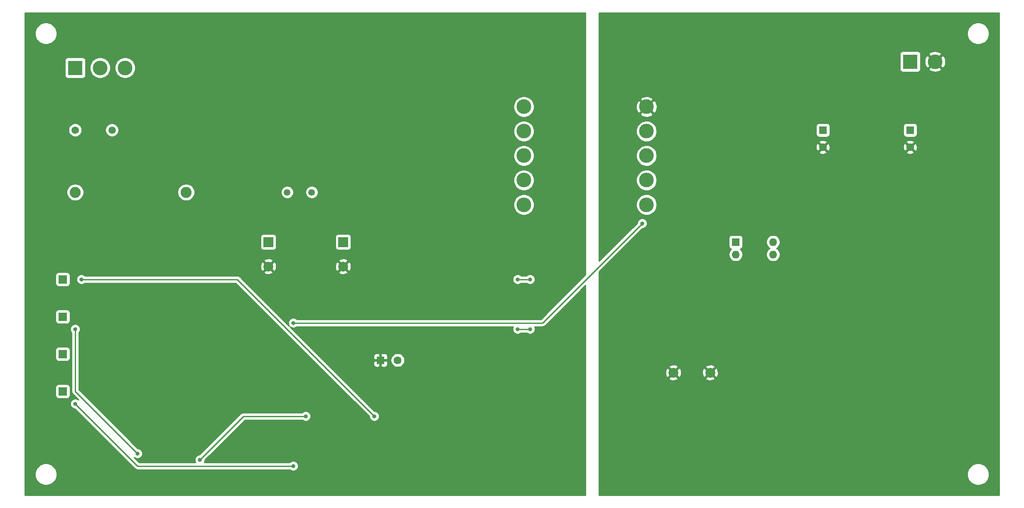
<source format=gbr>
%TF.GenerationSoftware,KiCad,Pcbnew,(5.1.10)-1*%
%TF.CreationDate,2024-07-26T12:52:35+05:30*%
%TF.ProjectId,Flyback_DC-DC,466c7962-6163-46b5-9f44-432d44432e6b,rev?*%
%TF.SameCoordinates,Original*%
%TF.FileFunction,Copper,L2,Bot*%
%TF.FilePolarity,Positive*%
%FSLAX46Y46*%
G04 Gerber Fmt 4.6, Leading zero omitted, Abs format (unit mm)*
G04 Created by KiCad (PCBNEW (5.1.10)-1) date 2024-07-26 12:52:35*
%MOMM*%
%LPD*%
G01*
G04 APERTURE LIST*
%TA.AperFunction,ComponentPad*%
%ADD10C,3.000000*%
%TD*%
%TA.AperFunction,ComponentPad*%
%ADD11C,2.000000*%
%TD*%
%TA.AperFunction,ComponentPad*%
%ADD12R,2.000000X2.000000*%
%TD*%
%TA.AperFunction,ComponentPad*%
%ADD13C,1.600000*%
%TD*%
%TA.AperFunction,ComponentPad*%
%ADD14R,1.600000X1.600000*%
%TD*%
%TA.AperFunction,ComponentPad*%
%ADD15C,2.250000*%
%TD*%
%TA.AperFunction,ComponentPad*%
%ADD16R,3.000000X3.000000*%
%TD*%
%TA.AperFunction,ComponentPad*%
%ADD17C,1.350000*%
%TD*%
%TA.AperFunction,ComponentPad*%
%ADD18C,1.500000*%
%TD*%
%TA.AperFunction,ComponentPad*%
%ADD19R,1.700000X1.700000*%
%TD*%
%TA.AperFunction,ComponentPad*%
%ADD20O,1.600000X1.600000*%
%TD*%
%TA.AperFunction,ViaPad*%
%ADD21C,0.800000*%
%TD*%
%TA.AperFunction,Conductor*%
%ADD22C,0.254000*%
%TD*%
%TA.AperFunction,Conductor*%
%ADD23C,0.100000*%
%TD*%
G04 APERTURE END LIST*
D10*
%TO.P,T1,1*%
%TO.N,Net-(D3-Pad2)*%
X152400000Y-74930000D03*
%TO.P,T1,2*%
%TO.N,N/C*%
X152400000Y-69930000D03*
%TO.P,T1,3*%
X152400000Y-64930000D03*
%TO.P,T1,4*%
X152400000Y-59930000D03*
%TO.P,T1,5*%
%TO.N,Net-(C2-Pad1)*%
X152400000Y-54930000D03*
%TO.P,T1,6*%
%TO.N,GND1*%
X177400000Y-54930000D03*
%TO.P,T1,7*%
%TO.N,Net-(D4-Pad2)*%
X177400000Y-59930000D03*
%TO.P,T1,8*%
%TO.N,N/C*%
X177400000Y-64930000D03*
%TO.P,T1,9*%
%TO.N,GND*%
X177400000Y-69930000D03*
%TO.P,T1,10*%
%TO.N,THRESHOLD*%
X177400000Y-74930000D03*
%TD*%
D11*
%TO.P,C1,2*%
%TO.N,GND*%
X100330000Y-87550000D03*
D12*
%TO.P,C1,1*%
%TO.N,Net-(C1-Pad1)*%
X100330000Y-82550000D03*
%TD*%
%TO.P,C2,1*%
%TO.N,Net-(C2-Pad1)*%
X115570000Y-82550000D03*
D11*
%TO.P,C2,2*%
%TO.N,GND*%
X115570000Y-87550000D03*
%TD*%
D13*
%TO.P,C9,2*%
%TO.N,GND1*%
X213360000Y-63190000D03*
D14*
%TO.P,C9,1*%
%TO.N,Net-(C7-Pad1)*%
X213360000Y-59690000D03*
%TD*%
%TO.P,C11,1*%
%TO.N,+5VDC*%
X231140000Y-59690000D03*
D13*
%TO.P,C11,2*%
%TO.N,GND1*%
X231140000Y-63190000D03*
%TD*%
D14*
%TO.P,C13,1*%
%TO.N,GND*%
X123190000Y-106680000D03*
D13*
%TO.P,C13,2*%
%TO.N,VFB*%
X126690000Y-106680000D03*
%TD*%
D11*
%TO.P,C14,1*%
%TO.N,GND1*%
X182880000Y-109220000D03*
%TO.P,C14,2*%
X190380000Y-109220000D03*
%TD*%
D15*
%TO.P,F1,1*%
%TO.N,AC*%
X60960000Y-72390000D03*
%TO.P,F1,2*%
%TO.N,Net-(D1-Pad4)*%
X83560000Y-72390000D03*
%TD*%
D10*
%TO.P,J1,3*%
%TO.N,N/C*%
X71120000Y-46990000D03*
%TO.P,J1,2*%
%TO.N,NEUT*%
X66040000Y-46990000D03*
D16*
%TO.P,J1,1*%
%TO.N,AC*%
X60960000Y-46990000D03*
%TD*%
%TO.P,J2,1*%
%TO.N,+5VDC*%
X231140000Y-45720000D03*
D10*
%TO.P,J2,2*%
%TO.N,GND1*%
X236220000Y-45720000D03*
%TD*%
D17*
%TO.P,L1,1*%
%TO.N,Net-(C1-Pad1)*%
X104180000Y-72390000D03*
%TO.P,L1,2*%
%TO.N,Net-(C2-Pad1)*%
X109180000Y-72390000D03*
%TD*%
D18*
%TO.P,RV1,1*%
%TO.N,AC*%
X60960000Y-59690000D03*
%TO.P,RV1,2*%
%TO.N,NEUT*%
X68460000Y-59690000D03*
%TD*%
D19*
%TO.P,TP1,1*%
%TO.N,GATEPULSE*%
X58420000Y-90170000D03*
%TD*%
%TO.P,TP2,1*%
%TO.N,VFB*%
X58420000Y-97790000D03*
%TD*%
%TO.P,TP3,1*%
%TO.N,FB*%
X58420000Y-105410000D03*
%TD*%
%TO.P,TP4,1*%
%TO.N,V-Isense*%
X58420000Y-113030000D03*
%TD*%
D14*
%TO.P,U2,1*%
%TO.N,Net-(R16-Pad2)*%
X195580000Y-82550000D03*
D20*
%TO.P,U2,3*%
%TO.N,Net-(C8-Pad1)*%
X203200000Y-85090000D03*
%TO.P,U2,2*%
%TO.N,Net-(C10-Pad1)*%
X195580000Y-85090000D03*
%TO.P,U2,4*%
%TO.N,VFB*%
X203200000Y-82550000D03*
%TD*%
D21*
%TO.N,GND*%
X86360000Y-133350000D03*
X86363693Y-130810113D03*
%TO.N,VFB*%
X73660000Y-125730000D03*
X60960000Y-100330000D03*
X153670000Y-90170000D03*
X151130000Y-90170000D03*
%TO.N,FB*%
X86360000Y-127000000D03*
X107950000Y-118110000D03*
X151130000Y-100330000D03*
X153670000Y-100330000D03*
%TO.N,GATEPULSE*%
X62230000Y-90170000D03*
X121920000Y-118110000D03*
%TO.N,V-Isense*%
X60960000Y-115570000D03*
X105410000Y-128270000D03*
%TO.N,THRESHOLD*%
X176530000Y-78740000D03*
X105410000Y-99060000D03*
%TD*%
D22*
%TO.N,GND*%
X86360000Y-133350000D02*
X86360000Y-130810000D01*
X86363580Y-130810000D02*
X86363693Y-130810113D01*
X86360000Y-130810000D02*
X86363580Y-130810000D01*
%TO.N,VFB*%
X62230000Y-114300000D02*
X73660000Y-125730000D01*
X60960000Y-100330000D02*
X60960000Y-113030000D01*
X60960000Y-113030000D02*
X62230000Y-114300000D01*
X153670000Y-90170000D02*
X151130000Y-90170000D01*
%TO.N,FB*%
X95250000Y-118110000D02*
X107950000Y-118110000D01*
X86360000Y-127000000D02*
X95250000Y-118110000D01*
X151130000Y-100330000D02*
X153670000Y-100330000D01*
%TO.N,GATEPULSE*%
X62230000Y-90170000D02*
X93980000Y-90170000D01*
X93980000Y-90170000D02*
X121920000Y-118110000D01*
%TO.N,V-Isense*%
X73660000Y-128270000D02*
X105410000Y-128270000D01*
X60960000Y-115570000D02*
X73660000Y-128270000D01*
%TO.N,THRESHOLD*%
X156210000Y-99060000D02*
X105410000Y-99060000D01*
X176530000Y-78740000D02*
X156210000Y-99060000D01*
%TD*%
%TO.N,GND*%
X164973000Y-89219370D02*
X155894370Y-98298000D01*
X106111711Y-98298000D01*
X106069774Y-98256063D01*
X105900256Y-98142795D01*
X105711898Y-98064774D01*
X105511939Y-98025000D01*
X105308061Y-98025000D01*
X105108102Y-98064774D01*
X104919744Y-98142795D01*
X104750226Y-98256063D01*
X104606063Y-98400226D01*
X104492795Y-98569744D01*
X104414774Y-98758102D01*
X104375000Y-98958061D01*
X104375000Y-99161939D01*
X104414774Y-99361898D01*
X104492795Y-99550256D01*
X104603362Y-99715732D01*
X94955691Y-90068061D01*
X150095000Y-90068061D01*
X150095000Y-90271939D01*
X150134774Y-90471898D01*
X150212795Y-90660256D01*
X150326063Y-90829774D01*
X150470226Y-90973937D01*
X150639744Y-91087205D01*
X150828102Y-91165226D01*
X151028061Y-91205000D01*
X151231939Y-91205000D01*
X151431898Y-91165226D01*
X151620256Y-91087205D01*
X151789774Y-90973937D01*
X151831711Y-90932000D01*
X152968289Y-90932000D01*
X153010226Y-90973937D01*
X153179744Y-91087205D01*
X153368102Y-91165226D01*
X153568061Y-91205000D01*
X153771939Y-91205000D01*
X153971898Y-91165226D01*
X154160256Y-91087205D01*
X154329774Y-90973937D01*
X154473937Y-90829774D01*
X154587205Y-90660256D01*
X154665226Y-90471898D01*
X154705000Y-90271939D01*
X154705000Y-90068061D01*
X154665226Y-89868102D01*
X154587205Y-89679744D01*
X154473937Y-89510226D01*
X154329774Y-89366063D01*
X154160256Y-89252795D01*
X153971898Y-89174774D01*
X153771939Y-89135000D01*
X153568061Y-89135000D01*
X153368102Y-89174774D01*
X153179744Y-89252795D01*
X153010226Y-89366063D01*
X152968289Y-89408000D01*
X151831711Y-89408000D01*
X151789774Y-89366063D01*
X151620256Y-89252795D01*
X151431898Y-89174774D01*
X151231939Y-89135000D01*
X151028061Y-89135000D01*
X150828102Y-89174774D01*
X150639744Y-89252795D01*
X150470226Y-89366063D01*
X150326063Y-89510226D01*
X150212795Y-89679744D01*
X150134774Y-89868102D01*
X150095000Y-90068061D01*
X94955691Y-90068061D01*
X94545284Y-89657654D01*
X94521422Y-89628578D01*
X94405392Y-89533355D01*
X94273015Y-89462598D01*
X94129378Y-89419026D01*
X94017426Y-89408000D01*
X94017423Y-89408000D01*
X93980000Y-89404314D01*
X93942577Y-89408000D01*
X62931711Y-89408000D01*
X62889774Y-89366063D01*
X62720256Y-89252795D01*
X62531898Y-89174774D01*
X62331939Y-89135000D01*
X62128061Y-89135000D01*
X61928102Y-89174774D01*
X61739744Y-89252795D01*
X61570226Y-89366063D01*
X61426063Y-89510226D01*
X61312795Y-89679744D01*
X61234774Y-89868102D01*
X61195000Y-90068061D01*
X61195000Y-90271939D01*
X61234774Y-90471898D01*
X61312795Y-90660256D01*
X61426063Y-90829774D01*
X61570226Y-90973937D01*
X61739744Y-91087205D01*
X61928102Y-91165226D01*
X62128061Y-91205000D01*
X62331939Y-91205000D01*
X62531898Y-91165226D01*
X62720256Y-91087205D01*
X62889774Y-90973937D01*
X62931711Y-90932000D01*
X93664370Y-90932000D01*
X120885000Y-118152631D01*
X120885000Y-118211939D01*
X120924774Y-118411898D01*
X121002795Y-118600256D01*
X121116063Y-118769774D01*
X121260226Y-118913937D01*
X121429744Y-119027205D01*
X121618102Y-119105226D01*
X121818061Y-119145000D01*
X122021939Y-119145000D01*
X122221898Y-119105226D01*
X122410256Y-119027205D01*
X122579774Y-118913937D01*
X122723937Y-118769774D01*
X122837205Y-118600256D01*
X122915226Y-118411898D01*
X122955000Y-118211939D01*
X122955000Y-118008061D01*
X122915226Y-117808102D01*
X122837205Y-117619744D01*
X122723937Y-117450226D01*
X122579774Y-117306063D01*
X122410256Y-117192795D01*
X122221898Y-117114774D01*
X122021939Y-117075000D01*
X121962631Y-117075000D01*
X112367631Y-107480000D01*
X121751928Y-107480000D01*
X121764188Y-107604482D01*
X121800498Y-107724180D01*
X121859463Y-107834494D01*
X121938815Y-107931185D01*
X122035506Y-108010537D01*
X122145820Y-108069502D01*
X122265518Y-108105812D01*
X122390000Y-108118072D01*
X122904250Y-108115000D01*
X123063000Y-107956250D01*
X123063000Y-106807000D01*
X123317000Y-106807000D01*
X123317000Y-107956250D01*
X123475750Y-108115000D01*
X123990000Y-108118072D01*
X124114482Y-108105812D01*
X124234180Y-108069502D01*
X124344494Y-108010537D01*
X124441185Y-107931185D01*
X124520537Y-107834494D01*
X124579502Y-107724180D01*
X124615812Y-107604482D01*
X124628072Y-107480000D01*
X124625000Y-106965750D01*
X124466250Y-106807000D01*
X123317000Y-106807000D01*
X123063000Y-106807000D01*
X121913750Y-106807000D01*
X121755000Y-106965750D01*
X121751928Y-107480000D01*
X112367631Y-107480000D01*
X110767631Y-105880000D01*
X121751928Y-105880000D01*
X121755000Y-106394250D01*
X121913750Y-106553000D01*
X123063000Y-106553000D01*
X123063000Y-105403750D01*
X123317000Y-105403750D01*
X123317000Y-106553000D01*
X124466250Y-106553000D01*
X124480585Y-106538665D01*
X125255000Y-106538665D01*
X125255000Y-106821335D01*
X125310147Y-107098574D01*
X125418320Y-107359727D01*
X125575363Y-107594759D01*
X125775241Y-107794637D01*
X126010273Y-107951680D01*
X126271426Y-108059853D01*
X126548665Y-108115000D01*
X126831335Y-108115000D01*
X127108574Y-108059853D01*
X127369727Y-107951680D01*
X127604759Y-107794637D01*
X127804637Y-107594759D01*
X127961680Y-107359727D01*
X128069853Y-107098574D01*
X128125000Y-106821335D01*
X128125000Y-106538665D01*
X128069853Y-106261426D01*
X127961680Y-106000273D01*
X127804637Y-105765241D01*
X127604759Y-105565363D01*
X127369727Y-105408320D01*
X127108574Y-105300147D01*
X126831335Y-105245000D01*
X126548665Y-105245000D01*
X126271426Y-105300147D01*
X126010273Y-105408320D01*
X125775241Y-105565363D01*
X125575363Y-105765241D01*
X125418320Y-106000273D01*
X125310147Y-106261426D01*
X125255000Y-106538665D01*
X124480585Y-106538665D01*
X124625000Y-106394250D01*
X124628072Y-105880000D01*
X124615812Y-105755518D01*
X124579502Y-105635820D01*
X124520537Y-105525506D01*
X124441185Y-105428815D01*
X124344494Y-105349463D01*
X124234180Y-105290498D01*
X124114482Y-105254188D01*
X123990000Y-105241928D01*
X123475750Y-105245000D01*
X123317000Y-105403750D01*
X123063000Y-105403750D01*
X122904250Y-105245000D01*
X122390000Y-105241928D01*
X122265518Y-105254188D01*
X122145820Y-105290498D01*
X122035506Y-105349463D01*
X121938815Y-105428815D01*
X121859463Y-105525506D01*
X121800498Y-105635820D01*
X121764188Y-105755518D01*
X121751928Y-105880000D01*
X110767631Y-105880000D01*
X104754268Y-99866638D01*
X104919744Y-99977205D01*
X105108102Y-100055226D01*
X105308061Y-100095000D01*
X105511939Y-100095000D01*
X105711898Y-100055226D01*
X105900256Y-99977205D01*
X106069774Y-99863937D01*
X106111711Y-99822000D01*
X150224651Y-99822000D01*
X150212795Y-99839744D01*
X150134774Y-100028102D01*
X150095000Y-100228061D01*
X150095000Y-100431939D01*
X150134774Y-100631898D01*
X150212795Y-100820256D01*
X150326063Y-100989774D01*
X150470226Y-101133937D01*
X150639744Y-101247205D01*
X150828102Y-101325226D01*
X151028061Y-101365000D01*
X151231939Y-101365000D01*
X151431898Y-101325226D01*
X151620256Y-101247205D01*
X151789774Y-101133937D01*
X151831711Y-101092000D01*
X152968289Y-101092000D01*
X153010226Y-101133937D01*
X153179744Y-101247205D01*
X153368102Y-101325226D01*
X153568061Y-101365000D01*
X153771939Y-101365000D01*
X153971898Y-101325226D01*
X154160256Y-101247205D01*
X154329774Y-101133937D01*
X154473937Y-100989774D01*
X154587205Y-100820256D01*
X154665226Y-100631898D01*
X154705000Y-100431939D01*
X154705000Y-100228061D01*
X154665226Y-100028102D01*
X154587205Y-99839744D01*
X154575349Y-99822000D01*
X156172577Y-99822000D01*
X156210000Y-99825686D01*
X156247423Y-99822000D01*
X156247426Y-99822000D01*
X156359378Y-99810974D01*
X156503015Y-99767402D01*
X156635392Y-99696645D01*
X156751422Y-99601422D01*
X156775284Y-99572346D01*
X164973000Y-91374630D01*
X164973000Y-134265000D01*
X50735000Y-134265000D01*
X50735000Y-129778971D01*
X52755858Y-129778971D01*
X52755858Y-130221029D01*
X52842100Y-130654592D01*
X53011268Y-131063000D01*
X53256861Y-131430557D01*
X53569443Y-131743139D01*
X53937000Y-131988732D01*
X54345408Y-132157900D01*
X54778971Y-132244142D01*
X55221029Y-132244142D01*
X55654592Y-132157900D01*
X56063000Y-131988732D01*
X56430557Y-131743139D01*
X56743139Y-131430557D01*
X56988732Y-131063000D01*
X57157900Y-130654592D01*
X57244142Y-130221029D01*
X57244142Y-129778971D01*
X57157900Y-129345408D01*
X56988732Y-128937000D01*
X56743139Y-128569443D01*
X56430557Y-128256861D01*
X56063000Y-128011268D01*
X55654592Y-127842100D01*
X55221029Y-127755858D01*
X54778971Y-127755858D01*
X54345408Y-127842100D01*
X53937000Y-128011268D01*
X53569443Y-128256861D01*
X53256861Y-128569443D01*
X53011268Y-128937000D01*
X52842100Y-129345408D01*
X52755858Y-129778971D01*
X50735000Y-129778971D01*
X50735000Y-112180000D01*
X56931928Y-112180000D01*
X56931928Y-113880000D01*
X56944188Y-114004482D01*
X56980498Y-114124180D01*
X57039463Y-114234494D01*
X57118815Y-114331185D01*
X57215506Y-114410537D01*
X57325820Y-114469502D01*
X57445518Y-114505812D01*
X57570000Y-114518072D01*
X59270000Y-114518072D01*
X59394482Y-114505812D01*
X59514180Y-114469502D01*
X59624494Y-114410537D01*
X59721185Y-114331185D01*
X59800537Y-114234494D01*
X59859502Y-114124180D01*
X59895812Y-114004482D01*
X59908072Y-113880000D01*
X59908072Y-112180000D01*
X59895812Y-112055518D01*
X59859502Y-111935820D01*
X59800537Y-111825506D01*
X59721185Y-111728815D01*
X59624494Y-111649463D01*
X59514180Y-111590498D01*
X59394482Y-111554188D01*
X59270000Y-111541928D01*
X57570000Y-111541928D01*
X57445518Y-111554188D01*
X57325820Y-111590498D01*
X57215506Y-111649463D01*
X57118815Y-111728815D01*
X57039463Y-111825506D01*
X56980498Y-111935820D01*
X56944188Y-112055518D01*
X56931928Y-112180000D01*
X50735000Y-112180000D01*
X50735000Y-104560000D01*
X56931928Y-104560000D01*
X56931928Y-106260000D01*
X56944188Y-106384482D01*
X56980498Y-106504180D01*
X57039463Y-106614494D01*
X57118815Y-106711185D01*
X57215506Y-106790537D01*
X57325820Y-106849502D01*
X57445518Y-106885812D01*
X57570000Y-106898072D01*
X59270000Y-106898072D01*
X59394482Y-106885812D01*
X59514180Y-106849502D01*
X59624494Y-106790537D01*
X59721185Y-106711185D01*
X59800537Y-106614494D01*
X59859502Y-106504180D01*
X59895812Y-106384482D01*
X59908072Y-106260000D01*
X59908072Y-104560000D01*
X59895812Y-104435518D01*
X59859502Y-104315820D01*
X59800537Y-104205506D01*
X59721185Y-104108815D01*
X59624494Y-104029463D01*
X59514180Y-103970498D01*
X59394482Y-103934188D01*
X59270000Y-103921928D01*
X57570000Y-103921928D01*
X57445518Y-103934188D01*
X57325820Y-103970498D01*
X57215506Y-104029463D01*
X57118815Y-104108815D01*
X57039463Y-104205506D01*
X56980498Y-104315820D01*
X56944188Y-104435518D01*
X56931928Y-104560000D01*
X50735000Y-104560000D01*
X50735000Y-100228061D01*
X59925000Y-100228061D01*
X59925000Y-100431939D01*
X59964774Y-100631898D01*
X60042795Y-100820256D01*
X60156063Y-100989774D01*
X60198000Y-101031711D01*
X60198001Y-112992567D01*
X60194314Y-113030000D01*
X60209027Y-113179378D01*
X60252599Y-113323015D01*
X60323355Y-113455392D01*
X60388125Y-113534314D01*
X60418579Y-113571422D01*
X60447649Y-113595279D01*
X61615730Y-114763361D01*
X61450256Y-114652795D01*
X61261898Y-114574774D01*
X61061939Y-114535000D01*
X60858061Y-114535000D01*
X60658102Y-114574774D01*
X60469744Y-114652795D01*
X60300226Y-114766063D01*
X60156063Y-114910226D01*
X60042795Y-115079744D01*
X59964774Y-115268102D01*
X59925000Y-115468061D01*
X59925000Y-115671939D01*
X59964774Y-115871898D01*
X60042795Y-116060256D01*
X60156063Y-116229774D01*
X60300226Y-116373937D01*
X60469744Y-116487205D01*
X60658102Y-116565226D01*
X60858061Y-116605000D01*
X60917370Y-116605000D01*
X73094721Y-128782352D01*
X73118578Y-128811422D01*
X73234608Y-128906645D01*
X73366985Y-128977402D01*
X73510622Y-129020974D01*
X73622574Y-129032000D01*
X73622576Y-129032000D01*
X73659999Y-129035686D01*
X73697422Y-129032000D01*
X104708289Y-129032000D01*
X104750226Y-129073937D01*
X104919744Y-129187205D01*
X105108102Y-129265226D01*
X105308061Y-129305000D01*
X105511939Y-129305000D01*
X105711898Y-129265226D01*
X105900256Y-129187205D01*
X106069774Y-129073937D01*
X106213937Y-128929774D01*
X106327205Y-128760256D01*
X106405226Y-128571898D01*
X106445000Y-128371939D01*
X106445000Y-128168061D01*
X106405226Y-127968102D01*
X106327205Y-127779744D01*
X106213937Y-127610226D01*
X106069774Y-127466063D01*
X105900256Y-127352795D01*
X105711898Y-127274774D01*
X105511939Y-127235000D01*
X105308061Y-127235000D01*
X105108102Y-127274774D01*
X104919744Y-127352795D01*
X104750226Y-127466063D01*
X104708289Y-127508000D01*
X87265349Y-127508000D01*
X87277205Y-127490256D01*
X87355226Y-127301898D01*
X87395000Y-127101939D01*
X87395000Y-127042630D01*
X95565630Y-118872000D01*
X107248289Y-118872000D01*
X107290226Y-118913937D01*
X107459744Y-119027205D01*
X107648102Y-119105226D01*
X107848061Y-119145000D01*
X108051939Y-119145000D01*
X108251898Y-119105226D01*
X108440256Y-119027205D01*
X108609774Y-118913937D01*
X108753937Y-118769774D01*
X108867205Y-118600256D01*
X108945226Y-118411898D01*
X108985000Y-118211939D01*
X108985000Y-118008061D01*
X108945226Y-117808102D01*
X108867205Y-117619744D01*
X108753937Y-117450226D01*
X108609774Y-117306063D01*
X108440256Y-117192795D01*
X108251898Y-117114774D01*
X108051939Y-117075000D01*
X107848061Y-117075000D01*
X107648102Y-117114774D01*
X107459744Y-117192795D01*
X107290226Y-117306063D01*
X107248289Y-117348000D01*
X95287423Y-117348000D01*
X95250000Y-117344314D01*
X95212577Y-117348000D01*
X95212574Y-117348000D01*
X95100622Y-117359026D01*
X94956985Y-117402598D01*
X94895364Y-117435535D01*
X94824607Y-117473355D01*
X94782219Y-117508143D01*
X94708578Y-117568578D01*
X94684716Y-117597654D01*
X86317370Y-125965000D01*
X86258061Y-125965000D01*
X86058102Y-126004774D01*
X85869744Y-126082795D01*
X85700226Y-126196063D01*
X85556063Y-126340226D01*
X85442795Y-126509744D01*
X85364774Y-126698102D01*
X85325000Y-126898061D01*
X85325000Y-127101939D01*
X85364774Y-127301898D01*
X85442795Y-127490256D01*
X85454651Y-127508000D01*
X73975631Y-127508000D01*
X73004270Y-126536639D01*
X73169744Y-126647205D01*
X73358102Y-126725226D01*
X73558061Y-126765000D01*
X73761939Y-126765000D01*
X73961898Y-126725226D01*
X74150256Y-126647205D01*
X74319774Y-126533937D01*
X74463937Y-126389774D01*
X74577205Y-126220256D01*
X74655226Y-126031898D01*
X74695000Y-125831939D01*
X74695000Y-125628061D01*
X74655226Y-125428102D01*
X74577205Y-125239744D01*
X74463937Y-125070226D01*
X74319774Y-124926063D01*
X74150256Y-124812795D01*
X73961898Y-124734774D01*
X73761939Y-124695000D01*
X73702631Y-124695000D01*
X62795284Y-113787654D01*
X62795279Y-113787648D01*
X61722000Y-112714370D01*
X61722000Y-101031711D01*
X61763937Y-100989774D01*
X61877205Y-100820256D01*
X61955226Y-100631898D01*
X61995000Y-100431939D01*
X61995000Y-100228061D01*
X61955226Y-100028102D01*
X61877205Y-99839744D01*
X61763937Y-99670226D01*
X61619774Y-99526063D01*
X61450256Y-99412795D01*
X61261898Y-99334774D01*
X61061939Y-99295000D01*
X60858061Y-99295000D01*
X60658102Y-99334774D01*
X60469744Y-99412795D01*
X60300226Y-99526063D01*
X60156063Y-99670226D01*
X60042795Y-99839744D01*
X59964774Y-100028102D01*
X59925000Y-100228061D01*
X50735000Y-100228061D01*
X50735000Y-96940000D01*
X56931928Y-96940000D01*
X56931928Y-98640000D01*
X56944188Y-98764482D01*
X56980498Y-98884180D01*
X57039463Y-98994494D01*
X57118815Y-99091185D01*
X57215506Y-99170537D01*
X57325820Y-99229502D01*
X57445518Y-99265812D01*
X57570000Y-99278072D01*
X59270000Y-99278072D01*
X59394482Y-99265812D01*
X59514180Y-99229502D01*
X59624494Y-99170537D01*
X59721185Y-99091185D01*
X59800537Y-98994494D01*
X59859502Y-98884180D01*
X59895812Y-98764482D01*
X59908072Y-98640000D01*
X59908072Y-96940000D01*
X59895812Y-96815518D01*
X59859502Y-96695820D01*
X59800537Y-96585506D01*
X59721185Y-96488815D01*
X59624494Y-96409463D01*
X59514180Y-96350498D01*
X59394482Y-96314188D01*
X59270000Y-96301928D01*
X57570000Y-96301928D01*
X57445518Y-96314188D01*
X57325820Y-96350498D01*
X57215506Y-96409463D01*
X57118815Y-96488815D01*
X57039463Y-96585506D01*
X56980498Y-96695820D01*
X56944188Y-96815518D01*
X56931928Y-96940000D01*
X50735000Y-96940000D01*
X50735000Y-89320000D01*
X56931928Y-89320000D01*
X56931928Y-91020000D01*
X56944188Y-91144482D01*
X56980498Y-91264180D01*
X57039463Y-91374494D01*
X57118815Y-91471185D01*
X57215506Y-91550537D01*
X57325820Y-91609502D01*
X57445518Y-91645812D01*
X57570000Y-91658072D01*
X59270000Y-91658072D01*
X59394482Y-91645812D01*
X59514180Y-91609502D01*
X59624494Y-91550537D01*
X59721185Y-91471185D01*
X59800537Y-91374494D01*
X59859502Y-91264180D01*
X59895812Y-91144482D01*
X59908072Y-91020000D01*
X59908072Y-89320000D01*
X59895812Y-89195518D01*
X59859502Y-89075820D01*
X59800537Y-88965506D01*
X59721185Y-88868815D01*
X59624494Y-88789463D01*
X59514180Y-88730498D01*
X59394482Y-88694188D01*
X59305385Y-88685413D01*
X99374192Y-88685413D01*
X99469956Y-88949814D01*
X99759571Y-89090704D01*
X100071108Y-89172384D01*
X100392595Y-89191718D01*
X100711675Y-89147961D01*
X101016088Y-89042795D01*
X101190044Y-88949814D01*
X101285808Y-88685413D01*
X114614192Y-88685413D01*
X114709956Y-88949814D01*
X114999571Y-89090704D01*
X115311108Y-89172384D01*
X115632595Y-89191718D01*
X115951675Y-89147961D01*
X116256088Y-89042795D01*
X116430044Y-88949814D01*
X116525808Y-88685413D01*
X115570000Y-87729605D01*
X114614192Y-88685413D01*
X101285808Y-88685413D01*
X100330000Y-87729605D01*
X99374192Y-88685413D01*
X59305385Y-88685413D01*
X59270000Y-88681928D01*
X57570000Y-88681928D01*
X57445518Y-88694188D01*
X57325820Y-88730498D01*
X57215506Y-88789463D01*
X57118815Y-88868815D01*
X57039463Y-88965506D01*
X56980498Y-89075820D01*
X56944188Y-89195518D01*
X56931928Y-89320000D01*
X50735000Y-89320000D01*
X50735000Y-87612595D01*
X98688282Y-87612595D01*
X98732039Y-87931675D01*
X98837205Y-88236088D01*
X98930186Y-88410044D01*
X99194587Y-88505808D01*
X100150395Y-87550000D01*
X100509605Y-87550000D01*
X101465413Y-88505808D01*
X101729814Y-88410044D01*
X101870704Y-88120429D01*
X101952384Y-87808892D01*
X101964189Y-87612595D01*
X113928282Y-87612595D01*
X113972039Y-87931675D01*
X114077205Y-88236088D01*
X114170186Y-88410044D01*
X114434587Y-88505808D01*
X115390395Y-87550000D01*
X115749605Y-87550000D01*
X116705413Y-88505808D01*
X116969814Y-88410044D01*
X117110704Y-88120429D01*
X117192384Y-87808892D01*
X117211718Y-87487405D01*
X117167961Y-87168325D01*
X117062795Y-86863912D01*
X116969814Y-86689956D01*
X116705413Y-86594192D01*
X115749605Y-87550000D01*
X115390395Y-87550000D01*
X114434587Y-86594192D01*
X114170186Y-86689956D01*
X114029296Y-86979571D01*
X113947616Y-87291108D01*
X113928282Y-87612595D01*
X101964189Y-87612595D01*
X101971718Y-87487405D01*
X101927961Y-87168325D01*
X101822795Y-86863912D01*
X101729814Y-86689956D01*
X101465413Y-86594192D01*
X100509605Y-87550000D01*
X100150395Y-87550000D01*
X99194587Y-86594192D01*
X98930186Y-86689956D01*
X98789296Y-86979571D01*
X98707616Y-87291108D01*
X98688282Y-87612595D01*
X50735000Y-87612595D01*
X50735000Y-86414587D01*
X99374192Y-86414587D01*
X100330000Y-87370395D01*
X101285808Y-86414587D01*
X114614192Y-86414587D01*
X115570000Y-87370395D01*
X116525808Y-86414587D01*
X116430044Y-86150186D01*
X116140429Y-86009296D01*
X115828892Y-85927616D01*
X115507405Y-85908282D01*
X115188325Y-85952039D01*
X114883912Y-86057205D01*
X114709956Y-86150186D01*
X114614192Y-86414587D01*
X101285808Y-86414587D01*
X101190044Y-86150186D01*
X100900429Y-86009296D01*
X100588892Y-85927616D01*
X100267405Y-85908282D01*
X99948325Y-85952039D01*
X99643912Y-86057205D01*
X99469956Y-86150186D01*
X99374192Y-86414587D01*
X50735000Y-86414587D01*
X50735000Y-81550000D01*
X98691928Y-81550000D01*
X98691928Y-83550000D01*
X98704188Y-83674482D01*
X98740498Y-83794180D01*
X98799463Y-83904494D01*
X98878815Y-84001185D01*
X98975506Y-84080537D01*
X99085820Y-84139502D01*
X99205518Y-84175812D01*
X99330000Y-84188072D01*
X101330000Y-84188072D01*
X101454482Y-84175812D01*
X101574180Y-84139502D01*
X101684494Y-84080537D01*
X101781185Y-84001185D01*
X101860537Y-83904494D01*
X101919502Y-83794180D01*
X101955812Y-83674482D01*
X101968072Y-83550000D01*
X101968072Y-81550000D01*
X113931928Y-81550000D01*
X113931928Y-83550000D01*
X113944188Y-83674482D01*
X113980498Y-83794180D01*
X114039463Y-83904494D01*
X114118815Y-84001185D01*
X114215506Y-84080537D01*
X114325820Y-84139502D01*
X114445518Y-84175812D01*
X114570000Y-84188072D01*
X116570000Y-84188072D01*
X116694482Y-84175812D01*
X116814180Y-84139502D01*
X116924494Y-84080537D01*
X117021185Y-84001185D01*
X117100537Y-83904494D01*
X117159502Y-83794180D01*
X117195812Y-83674482D01*
X117208072Y-83550000D01*
X117208072Y-81550000D01*
X117195812Y-81425518D01*
X117159502Y-81305820D01*
X117100537Y-81195506D01*
X117021185Y-81098815D01*
X116924494Y-81019463D01*
X116814180Y-80960498D01*
X116694482Y-80924188D01*
X116570000Y-80911928D01*
X114570000Y-80911928D01*
X114445518Y-80924188D01*
X114325820Y-80960498D01*
X114215506Y-81019463D01*
X114118815Y-81098815D01*
X114039463Y-81195506D01*
X113980498Y-81305820D01*
X113944188Y-81425518D01*
X113931928Y-81550000D01*
X101968072Y-81550000D01*
X101955812Y-81425518D01*
X101919502Y-81305820D01*
X101860537Y-81195506D01*
X101781185Y-81098815D01*
X101684494Y-81019463D01*
X101574180Y-80960498D01*
X101454482Y-80924188D01*
X101330000Y-80911928D01*
X99330000Y-80911928D01*
X99205518Y-80924188D01*
X99085820Y-80960498D01*
X98975506Y-81019463D01*
X98878815Y-81098815D01*
X98799463Y-81195506D01*
X98740498Y-81305820D01*
X98704188Y-81425518D01*
X98691928Y-81550000D01*
X50735000Y-81550000D01*
X50735000Y-74719721D01*
X150265000Y-74719721D01*
X150265000Y-75140279D01*
X150347047Y-75552756D01*
X150507988Y-75941302D01*
X150741637Y-76290983D01*
X151039017Y-76588363D01*
X151388698Y-76822012D01*
X151777244Y-76982953D01*
X152189721Y-77065000D01*
X152610279Y-77065000D01*
X153022756Y-76982953D01*
X153411302Y-76822012D01*
X153760983Y-76588363D01*
X154058363Y-76290983D01*
X154292012Y-75941302D01*
X154452953Y-75552756D01*
X154535000Y-75140279D01*
X154535000Y-74719721D01*
X154452953Y-74307244D01*
X154292012Y-73918698D01*
X154058363Y-73569017D01*
X153760983Y-73271637D01*
X153411302Y-73037988D01*
X153022756Y-72877047D01*
X152610279Y-72795000D01*
X152189721Y-72795000D01*
X151777244Y-72877047D01*
X151388698Y-73037988D01*
X151039017Y-73271637D01*
X150741637Y-73569017D01*
X150507988Y-73918698D01*
X150347047Y-74307244D01*
X150265000Y-74719721D01*
X50735000Y-74719721D01*
X50735000Y-72216655D01*
X59200000Y-72216655D01*
X59200000Y-72563345D01*
X59267636Y-72903373D01*
X59400308Y-73223673D01*
X59592919Y-73511935D01*
X59838065Y-73757081D01*
X60126327Y-73949692D01*
X60446627Y-74082364D01*
X60786655Y-74150000D01*
X61133345Y-74150000D01*
X61473373Y-74082364D01*
X61793673Y-73949692D01*
X62081935Y-73757081D01*
X62327081Y-73511935D01*
X62519692Y-73223673D01*
X62652364Y-72903373D01*
X62720000Y-72563345D01*
X62720000Y-72216655D01*
X81800000Y-72216655D01*
X81800000Y-72563345D01*
X81867636Y-72903373D01*
X82000308Y-73223673D01*
X82192919Y-73511935D01*
X82438065Y-73757081D01*
X82726327Y-73949692D01*
X83046627Y-74082364D01*
X83386655Y-74150000D01*
X83733345Y-74150000D01*
X84073373Y-74082364D01*
X84393673Y-73949692D01*
X84681935Y-73757081D01*
X84927081Y-73511935D01*
X85119692Y-73223673D01*
X85252364Y-72903373D01*
X85320000Y-72563345D01*
X85320000Y-72260976D01*
X102870000Y-72260976D01*
X102870000Y-72519024D01*
X102920342Y-72772113D01*
X103019093Y-73010518D01*
X103162456Y-73225077D01*
X103344923Y-73407544D01*
X103559482Y-73550907D01*
X103797887Y-73649658D01*
X104050976Y-73700000D01*
X104309024Y-73700000D01*
X104562113Y-73649658D01*
X104800518Y-73550907D01*
X105015077Y-73407544D01*
X105197544Y-73225077D01*
X105340907Y-73010518D01*
X105439658Y-72772113D01*
X105490000Y-72519024D01*
X105490000Y-72260976D01*
X107870000Y-72260976D01*
X107870000Y-72519024D01*
X107920342Y-72772113D01*
X108019093Y-73010518D01*
X108162456Y-73225077D01*
X108344923Y-73407544D01*
X108559482Y-73550907D01*
X108797887Y-73649658D01*
X109050976Y-73700000D01*
X109309024Y-73700000D01*
X109562113Y-73649658D01*
X109800518Y-73550907D01*
X110015077Y-73407544D01*
X110197544Y-73225077D01*
X110340907Y-73010518D01*
X110439658Y-72772113D01*
X110490000Y-72519024D01*
X110490000Y-72260976D01*
X110439658Y-72007887D01*
X110340907Y-71769482D01*
X110197544Y-71554923D01*
X110015077Y-71372456D01*
X109800518Y-71229093D01*
X109562113Y-71130342D01*
X109309024Y-71080000D01*
X109050976Y-71080000D01*
X108797887Y-71130342D01*
X108559482Y-71229093D01*
X108344923Y-71372456D01*
X108162456Y-71554923D01*
X108019093Y-71769482D01*
X107920342Y-72007887D01*
X107870000Y-72260976D01*
X105490000Y-72260976D01*
X105439658Y-72007887D01*
X105340907Y-71769482D01*
X105197544Y-71554923D01*
X105015077Y-71372456D01*
X104800518Y-71229093D01*
X104562113Y-71130342D01*
X104309024Y-71080000D01*
X104050976Y-71080000D01*
X103797887Y-71130342D01*
X103559482Y-71229093D01*
X103344923Y-71372456D01*
X103162456Y-71554923D01*
X103019093Y-71769482D01*
X102920342Y-72007887D01*
X102870000Y-72260976D01*
X85320000Y-72260976D01*
X85320000Y-72216655D01*
X85252364Y-71876627D01*
X85119692Y-71556327D01*
X84927081Y-71268065D01*
X84681935Y-71022919D01*
X84393673Y-70830308D01*
X84073373Y-70697636D01*
X83733345Y-70630000D01*
X83386655Y-70630000D01*
X83046627Y-70697636D01*
X82726327Y-70830308D01*
X82438065Y-71022919D01*
X82192919Y-71268065D01*
X82000308Y-71556327D01*
X81867636Y-71876627D01*
X81800000Y-72216655D01*
X62720000Y-72216655D01*
X62652364Y-71876627D01*
X62519692Y-71556327D01*
X62327081Y-71268065D01*
X62081935Y-71022919D01*
X61793673Y-70830308D01*
X61473373Y-70697636D01*
X61133345Y-70630000D01*
X60786655Y-70630000D01*
X60446627Y-70697636D01*
X60126327Y-70830308D01*
X59838065Y-71022919D01*
X59592919Y-71268065D01*
X59400308Y-71556327D01*
X59267636Y-71876627D01*
X59200000Y-72216655D01*
X50735000Y-72216655D01*
X50735000Y-69719721D01*
X150265000Y-69719721D01*
X150265000Y-70140279D01*
X150347047Y-70552756D01*
X150507988Y-70941302D01*
X150741637Y-71290983D01*
X151039017Y-71588363D01*
X151388698Y-71822012D01*
X151777244Y-71982953D01*
X152189721Y-72065000D01*
X152610279Y-72065000D01*
X153022756Y-71982953D01*
X153411302Y-71822012D01*
X153760983Y-71588363D01*
X154058363Y-71290983D01*
X154292012Y-70941302D01*
X154452953Y-70552756D01*
X154535000Y-70140279D01*
X154535000Y-69719721D01*
X154452953Y-69307244D01*
X154292012Y-68918698D01*
X154058363Y-68569017D01*
X153760983Y-68271637D01*
X153411302Y-68037988D01*
X153022756Y-67877047D01*
X152610279Y-67795000D01*
X152189721Y-67795000D01*
X151777244Y-67877047D01*
X151388698Y-68037988D01*
X151039017Y-68271637D01*
X150741637Y-68569017D01*
X150507988Y-68918698D01*
X150347047Y-69307244D01*
X150265000Y-69719721D01*
X50735000Y-69719721D01*
X50735000Y-64719721D01*
X150265000Y-64719721D01*
X150265000Y-65140279D01*
X150347047Y-65552756D01*
X150507988Y-65941302D01*
X150741637Y-66290983D01*
X151039017Y-66588363D01*
X151388698Y-66822012D01*
X151777244Y-66982953D01*
X152189721Y-67065000D01*
X152610279Y-67065000D01*
X153022756Y-66982953D01*
X153411302Y-66822012D01*
X153760983Y-66588363D01*
X154058363Y-66290983D01*
X154292012Y-65941302D01*
X154452953Y-65552756D01*
X154535000Y-65140279D01*
X154535000Y-64719721D01*
X154452953Y-64307244D01*
X154292012Y-63918698D01*
X154058363Y-63569017D01*
X153760983Y-63271637D01*
X153411302Y-63037988D01*
X153022756Y-62877047D01*
X152610279Y-62795000D01*
X152189721Y-62795000D01*
X151777244Y-62877047D01*
X151388698Y-63037988D01*
X151039017Y-63271637D01*
X150741637Y-63569017D01*
X150507988Y-63918698D01*
X150347047Y-64307244D01*
X150265000Y-64719721D01*
X50735000Y-64719721D01*
X50735000Y-59553589D01*
X59575000Y-59553589D01*
X59575000Y-59826411D01*
X59628225Y-60093989D01*
X59732629Y-60346043D01*
X59884201Y-60572886D01*
X60077114Y-60765799D01*
X60303957Y-60917371D01*
X60556011Y-61021775D01*
X60823589Y-61075000D01*
X61096411Y-61075000D01*
X61363989Y-61021775D01*
X61616043Y-60917371D01*
X61842886Y-60765799D01*
X62035799Y-60572886D01*
X62187371Y-60346043D01*
X62291775Y-60093989D01*
X62345000Y-59826411D01*
X62345000Y-59553589D01*
X67075000Y-59553589D01*
X67075000Y-59826411D01*
X67128225Y-60093989D01*
X67232629Y-60346043D01*
X67384201Y-60572886D01*
X67577114Y-60765799D01*
X67803957Y-60917371D01*
X68056011Y-61021775D01*
X68323589Y-61075000D01*
X68596411Y-61075000D01*
X68863989Y-61021775D01*
X69116043Y-60917371D01*
X69342886Y-60765799D01*
X69535799Y-60572886D01*
X69687371Y-60346043D01*
X69791775Y-60093989D01*
X69845000Y-59826411D01*
X69845000Y-59719721D01*
X150265000Y-59719721D01*
X150265000Y-60140279D01*
X150347047Y-60552756D01*
X150507988Y-60941302D01*
X150741637Y-61290983D01*
X151039017Y-61588363D01*
X151388698Y-61822012D01*
X151777244Y-61982953D01*
X152189721Y-62065000D01*
X152610279Y-62065000D01*
X153022756Y-61982953D01*
X153411302Y-61822012D01*
X153760983Y-61588363D01*
X154058363Y-61290983D01*
X154292012Y-60941302D01*
X154452953Y-60552756D01*
X154535000Y-60140279D01*
X154535000Y-59719721D01*
X154452953Y-59307244D01*
X154292012Y-58918698D01*
X154058363Y-58569017D01*
X153760983Y-58271637D01*
X153411302Y-58037988D01*
X153022756Y-57877047D01*
X152610279Y-57795000D01*
X152189721Y-57795000D01*
X151777244Y-57877047D01*
X151388698Y-58037988D01*
X151039017Y-58271637D01*
X150741637Y-58569017D01*
X150507988Y-58918698D01*
X150347047Y-59307244D01*
X150265000Y-59719721D01*
X69845000Y-59719721D01*
X69845000Y-59553589D01*
X69791775Y-59286011D01*
X69687371Y-59033957D01*
X69535799Y-58807114D01*
X69342886Y-58614201D01*
X69116043Y-58462629D01*
X68863989Y-58358225D01*
X68596411Y-58305000D01*
X68323589Y-58305000D01*
X68056011Y-58358225D01*
X67803957Y-58462629D01*
X67577114Y-58614201D01*
X67384201Y-58807114D01*
X67232629Y-59033957D01*
X67128225Y-59286011D01*
X67075000Y-59553589D01*
X62345000Y-59553589D01*
X62291775Y-59286011D01*
X62187371Y-59033957D01*
X62035799Y-58807114D01*
X61842886Y-58614201D01*
X61616043Y-58462629D01*
X61363989Y-58358225D01*
X61096411Y-58305000D01*
X60823589Y-58305000D01*
X60556011Y-58358225D01*
X60303957Y-58462629D01*
X60077114Y-58614201D01*
X59884201Y-58807114D01*
X59732629Y-59033957D01*
X59628225Y-59286011D01*
X59575000Y-59553589D01*
X50735000Y-59553589D01*
X50735000Y-54719721D01*
X150265000Y-54719721D01*
X150265000Y-55140279D01*
X150347047Y-55552756D01*
X150507988Y-55941302D01*
X150741637Y-56290983D01*
X151039017Y-56588363D01*
X151388698Y-56822012D01*
X151777244Y-56982953D01*
X152189721Y-57065000D01*
X152610279Y-57065000D01*
X153022756Y-56982953D01*
X153411302Y-56822012D01*
X153760983Y-56588363D01*
X154058363Y-56290983D01*
X154292012Y-55941302D01*
X154452953Y-55552756D01*
X154535000Y-55140279D01*
X154535000Y-54719721D01*
X154452953Y-54307244D01*
X154292012Y-53918698D01*
X154058363Y-53569017D01*
X153760983Y-53271637D01*
X153411302Y-53037988D01*
X153022756Y-52877047D01*
X152610279Y-52795000D01*
X152189721Y-52795000D01*
X151777244Y-52877047D01*
X151388698Y-53037988D01*
X151039017Y-53271637D01*
X150741637Y-53569017D01*
X150507988Y-53918698D01*
X150347047Y-54307244D01*
X150265000Y-54719721D01*
X50735000Y-54719721D01*
X50735000Y-45490000D01*
X58821928Y-45490000D01*
X58821928Y-48490000D01*
X58834188Y-48614482D01*
X58870498Y-48734180D01*
X58929463Y-48844494D01*
X59008815Y-48941185D01*
X59105506Y-49020537D01*
X59215820Y-49079502D01*
X59335518Y-49115812D01*
X59460000Y-49128072D01*
X62460000Y-49128072D01*
X62584482Y-49115812D01*
X62704180Y-49079502D01*
X62814494Y-49020537D01*
X62911185Y-48941185D01*
X62990537Y-48844494D01*
X63049502Y-48734180D01*
X63085812Y-48614482D01*
X63098072Y-48490000D01*
X63098072Y-46779721D01*
X63905000Y-46779721D01*
X63905000Y-47200279D01*
X63987047Y-47612756D01*
X64147988Y-48001302D01*
X64381637Y-48350983D01*
X64679017Y-48648363D01*
X65028698Y-48882012D01*
X65417244Y-49042953D01*
X65829721Y-49125000D01*
X66250279Y-49125000D01*
X66662756Y-49042953D01*
X67051302Y-48882012D01*
X67400983Y-48648363D01*
X67698363Y-48350983D01*
X67932012Y-48001302D01*
X68092953Y-47612756D01*
X68175000Y-47200279D01*
X68175000Y-46779721D01*
X68985000Y-46779721D01*
X68985000Y-47200279D01*
X69067047Y-47612756D01*
X69227988Y-48001302D01*
X69461637Y-48350983D01*
X69759017Y-48648363D01*
X70108698Y-48882012D01*
X70497244Y-49042953D01*
X70909721Y-49125000D01*
X71330279Y-49125000D01*
X71742756Y-49042953D01*
X72131302Y-48882012D01*
X72480983Y-48648363D01*
X72778363Y-48350983D01*
X73012012Y-48001302D01*
X73172953Y-47612756D01*
X73255000Y-47200279D01*
X73255000Y-46779721D01*
X73172953Y-46367244D01*
X73012012Y-45978698D01*
X72778363Y-45629017D01*
X72480983Y-45331637D01*
X72131302Y-45097988D01*
X71742756Y-44937047D01*
X71330279Y-44855000D01*
X70909721Y-44855000D01*
X70497244Y-44937047D01*
X70108698Y-45097988D01*
X69759017Y-45331637D01*
X69461637Y-45629017D01*
X69227988Y-45978698D01*
X69067047Y-46367244D01*
X68985000Y-46779721D01*
X68175000Y-46779721D01*
X68092953Y-46367244D01*
X67932012Y-45978698D01*
X67698363Y-45629017D01*
X67400983Y-45331637D01*
X67051302Y-45097988D01*
X66662756Y-44937047D01*
X66250279Y-44855000D01*
X65829721Y-44855000D01*
X65417244Y-44937047D01*
X65028698Y-45097988D01*
X64679017Y-45331637D01*
X64381637Y-45629017D01*
X64147988Y-45978698D01*
X63987047Y-46367244D01*
X63905000Y-46779721D01*
X63098072Y-46779721D01*
X63098072Y-45490000D01*
X63085812Y-45365518D01*
X63049502Y-45245820D01*
X62990537Y-45135506D01*
X62911185Y-45038815D01*
X62814494Y-44959463D01*
X62704180Y-44900498D01*
X62584482Y-44864188D01*
X62460000Y-44851928D01*
X59460000Y-44851928D01*
X59335518Y-44864188D01*
X59215820Y-44900498D01*
X59105506Y-44959463D01*
X59008815Y-45038815D01*
X58929463Y-45135506D01*
X58870498Y-45245820D01*
X58834188Y-45365518D01*
X58821928Y-45490000D01*
X50735000Y-45490000D01*
X50735000Y-39778971D01*
X52755858Y-39778971D01*
X52755858Y-40221029D01*
X52842100Y-40654592D01*
X53011268Y-41063000D01*
X53256861Y-41430557D01*
X53569443Y-41743139D01*
X53937000Y-41988732D01*
X54345408Y-42157900D01*
X54778971Y-42244142D01*
X55221029Y-42244142D01*
X55654592Y-42157900D01*
X56063000Y-41988732D01*
X56430557Y-41743139D01*
X56743139Y-41430557D01*
X56988732Y-41063000D01*
X57157900Y-40654592D01*
X57244142Y-40221029D01*
X57244142Y-39778971D01*
X57157900Y-39345408D01*
X56988732Y-38937000D01*
X56743139Y-38569443D01*
X56430557Y-38256861D01*
X56063000Y-38011268D01*
X55654592Y-37842100D01*
X55221029Y-37755858D01*
X54778971Y-37755858D01*
X54345408Y-37842100D01*
X53937000Y-38011268D01*
X53569443Y-38256861D01*
X53256861Y-38569443D01*
X53011268Y-38937000D01*
X52842100Y-39345408D01*
X52755858Y-39778971D01*
X50735000Y-39778971D01*
X50735000Y-35735000D01*
X164973000Y-35735000D01*
X164973000Y-89219370D01*
%TA.AperFunction,Conductor*%
D23*
G36*
X164973000Y-89219370D02*
G01*
X155894370Y-98298000D01*
X106111711Y-98298000D01*
X106069774Y-98256063D01*
X105900256Y-98142795D01*
X105711898Y-98064774D01*
X105511939Y-98025000D01*
X105308061Y-98025000D01*
X105108102Y-98064774D01*
X104919744Y-98142795D01*
X104750226Y-98256063D01*
X104606063Y-98400226D01*
X104492795Y-98569744D01*
X104414774Y-98758102D01*
X104375000Y-98958061D01*
X104375000Y-99161939D01*
X104414774Y-99361898D01*
X104492795Y-99550256D01*
X104603362Y-99715732D01*
X94955691Y-90068061D01*
X150095000Y-90068061D01*
X150095000Y-90271939D01*
X150134774Y-90471898D01*
X150212795Y-90660256D01*
X150326063Y-90829774D01*
X150470226Y-90973937D01*
X150639744Y-91087205D01*
X150828102Y-91165226D01*
X151028061Y-91205000D01*
X151231939Y-91205000D01*
X151431898Y-91165226D01*
X151620256Y-91087205D01*
X151789774Y-90973937D01*
X151831711Y-90932000D01*
X152968289Y-90932000D01*
X153010226Y-90973937D01*
X153179744Y-91087205D01*
X153368102Y-91165226D01*
X153568061Y-91205000D01*
X153771939Y-91205000D01*
X153971898Y-91165226D01*
X154160256Y-91087205D01*
X154329774Y-90973937D01*
X154473937Y-90829774D01*
X154587205Y-90660256D01*
X154665226Y-90471898D01*
X154705000Y-90271939D01*
X154705000Y-90068061D01*
X154665226Y-89868102D01*
X154587205Y-89679744D01*
X154473937Y-89510226D01*
X154329774Y-89366063D01*
X154160256Y-89252795D01*
X153971898Y-89174774D01*
X153771939Y-89135000D01*
X153568061Y-89135000D01*
X153368102Y-89174774D01*
X153179744Y-89252795D01*
X153010226Y-89366063D01*
X152968289Y-89408000D01*
X151831711Y-89408000D01*
X151789774Y-89366063D01*
X151620256Y-89252795D01*
X151431898Y-89174774D01*
X151231939Y-89135000D01*
X151028061Y-89135000D01*
X150828102Y-89174774D01*
X150639744Y-89252795D01*
X150470226Y-89366063D01*
X150326063Y-89510226D01*
X150212795Y-89679744D01*
X150134774Y-89868102D01*
X150095000Y-90068061D01*
X94955691Y-90068061D01*
X94545284Y-89657654D01*
X94521422Y-89628578D01*
X94405392Y-89533355D01*
X94273015Y-89462598D01*
X94129378Y-89419026D01*
X94017426Y-89408000D01*
X94017423Y-89408000D01*
X93980000Y-89404314D01*
X93942577Y-89408000D01*
X62931711Y-89408000D01*
X62889774Y-89366063D01*
X62720256Y-89252795D01*
X62531898Y-89174774D01*
X62331939Y-89135000D01*
X62128061Y-89135000D01*
X61928102Y-89174774D01*
X61739744Y-89252795D01*
X61570226Y-89366063D01*
X61426063Y-89510226D01*
X61312795Y-89679744D01*
X61234774Y-89868102D01*
X61195000Y-90068061D01*
X61195000Y-90271939D01*
X61234774Y-90471898D01*
X61312795Y-90660256D01*
X61426063Y-90829774D01*
X61570226Y-90973937D01*
X61739744Y-91087205D01*
X61928102Y-91165226D01*
X62128061Y-91205000D01*
X62331939Y-91205000D01*
X62531898Y-91165226D01*
X62720256Y-91087205D01*
X62889774Y-90973937D01*
X62931711Y-90932000D01*
X93664370Y-90932000D01*
X120885000Y-118152631D01*
X120885000Y-118211939D01*
X120924774Y-118411898D01*
X121002795Y-118600256D01*
X121116063Y-118769774D01*
X121260226Y-118913937D01*
X121429744Y-119027205D01*
X121618102Y-119105226D01*
X121818061Y-119145000D01*
X122021939Y-119145000D01*
X122221898Y-119105226D01*
X122410256Y-119027205D01*
X122579774Y-118913937D01*
X122723937Y-118769774D01*
X122837205Y-118600256D01*
X122915226Y-118411898D01*
X122955000Y-118211939D01*
X122955000Y-118008061D01*
X122915226Y-117808102D01*
X122837205Y-117619744D01*
X122723937Y-117450226D01*
X122579774Y-117306063D01*
X122410256Y-117192795D01*
X122221898Y-117114774D01*
X122021939Y-117075000D01*
X121962631Y-117075000D01*
X112367631Y-107480000D01*
X121751928Y-107480000D01*
X121764188Y-107604482D01*
X121800498Y-107724180D01*
X121859463Y-107834494D01*
X121938815Y-107931185D01*
X122035506Y-108010537D01*
X122145820Y-108069502D01*
X122265518Y-108105812D01*
X122390000Y-108118072D01*
X122904250Y-108115000D01*
X123063000Y-107956250D01*
X123063000Y-106807000D01*
X123317000Y-106807000D01*
X123317000Y-107956250D01*
X123475750Y-108115000D01*
X123990000Y-108118072D01*
X124114482Y-108105812D01*
X124234180Y-108069502D01*
X124344494Y-108010537D01*
X124441185Y-107931185D01*
X124520537Y-107834494D01*
X124579502Y-107724180D01*
X124615812Y-107604482D01*
X124628072Y-107480000D01*
X124625000Y-106965750D01*
X124466250Y-106807000D01*
X123317000Y-106807000D01*
X123063000Y-106807000D01*
X121913750Y-106807000D01*
X121755000Y-106965750D01*
X121751928Y-107480000D01*
X112367631Y-107480000D01*
X110767631Y-105880000D01*
X121751928Y-105880000D01*
X121755000Y-106394250D01*
X121913750Y-106553000D01*
X123063000Y-106553000D01*
X123063000Y-105403750D01*
X123317000Y-105403750D01*
X123317000Y-106553000D01*
X124466250Y-106553000D01*
X124480585Y-106538665D01*
X125255000Y-106538665D01*
X125255000Y-106821335D01*
X125310147Y-107098574D01*
X125418320Y-107359727D01*
X125575363Y-107594759D01*
X125775241Y-107794637D01*
X126010273Y-107951680D01*
X126271426Y-108059853D01*
X126548665Y-108115000D01*
X126831335Y-108115000D01*
X127108574Y-108059853D01*
X127369727Y-107951680D01*
X127604759Y-107794637D01*
X127804637Y-107594759D01*
X127961680Y-107359727D01*
X128069853Y-107098574D01*
X128125000Y-106821335D01*
X128125000Y-106538665D01*
X128069853Y-106261426D01*
X127961680Y-106000273D01*
X127804637Y-105765241D01*
X127604759Y-105565363D01*
X127369727Y-105408320D01*
X127108574Y-105300147D01*
X126831335Y-105245000D01*
X126548665Y-105245000D01*
X126271426Y-105300147D01*
X126010273Y-105408320D01*
X125775241Y-105565363D01*
X125575363Y-105765241D01*
X125418320Y-106000273D01*
X125310147Y-106261426D01*
X125255000Y-106538665D01*
X124480585Y-106538665D01*
X124625000Y-106394250D01*
X124628072Y-105880000D01*
X124615812Y-105755518D01*
X124579502Y-105635820D01*
X124520537Y-105525506D01*
X124441185Y-105428815D01*
X124344494Y-105349463D01*
X124234180Y-105290498D01*
X124114482Y-105254188D01*
X123990000Y-105241928D01*
X123475750Y-105245000D01*
X123317000Y-105403750D01*
X123063000Y-105403750D01*
X122904250Y-105245000D01*
X122390000Y-105241928D01*
X122265518Y-105254188D01*
X122145820Y-105290498D01*
X122035506Y-105349463D01*
X121938815Y-105428815D01*
X121859463Y-105525506D01*
X121800498Y-105635820D01*
X121764188Y-105755518D01*
X121751928Y-105880000D01*
X110767631Y-105880000D01*
X104754268Y-99866638D01*
X104919744Y-99977205D01*
X105108102Y-100055226D01*
X105308061Y-100095000D01*
X105511939Y-100095000D01*
X105711898Y-100055226D01*
X105900256Y-99977205D01*
X106069774Y-99863937D01*
X106111711Y-99822000D01*
X150224651Y-99822000D01*
X150212795Y-99839744D01*
X150134774Y-100028102D01*
X150095000Y-100228061D01*
X150095000Y-100431939D01*
X150134774Y-100631898D01*
X150212795Y-100820256D01*
X150326063Y-100989774D01*
X150470226Y-101133937D01*
X150639744Y-101247205D01*
X150828102Y-101325226D01*
X151028061Y-101365000D01*
X151231939Y-101365000D01*
X151431898Y-101325226D01*
X151620256Y-101247205D01*
X151789774Y-101133937D01*
X151831711Y-101092000D01*
X152968289Y-101092000D01*
X153010226Y-101133937D01*
X153179744Y-101247205D01*
X153368102Y-101325226D01*
X153568061Y-101365000D01*
X153771939Y-101365000D01*
X153971898Y-101325226D01*
X154160256Y-101247205D01*
X154329774Y-101133937D01*
X154473937Y-100989774D01*
X154587205Y-100820256D01*
X154665226Y-100631898D01*
X154705000Y-100431939D01*
X154705000Y-100228061D01*
X154665226Y-100028102D01*
X154587205Y-99839744D01*
X154575349Y-99822000D01*
X156172577Y-99822000D01*
X156210000Y-99825686D01*
X156247423Y-99822000D01*
X156247426Y-99822000D01*
X156359378Y-99810974D01*
X156503015Y-99767402D01*
X156635392Y-99696645D01*
X156751422Y-99601422D01*
X156775284Y-99572346D01*
X164973000Y-91374630D01*
X164973000Y-134265000D01*
X50735000Y-134265000D01*
X50735000Y-129778971D01*
X52755858Y-129778971D01*
X52755858Y-130221029D01*
X52842100Y-130654592D01*
X53011268Y-131063000D01*
X53256861Y-131430557D01*
X53569443Y-131743139D01*
X53937000Y-131988732D01*
X54345408Y-132157900D01*
X54778971Y-132244142D01*
X55221029Y-132244142D01*
X55654592Y-132157900D01*
X56063000Y-131988732D01*
X56430557Y-131743139D01*
X56743139Y-131430557D01*
X56988732Y-131063000D01*
X57157900Y-130654592D01*
X57244142Y-130221029D01*
X57244142Y-129778971D01*
X57157900Y-129345408D01*
X56988732Y-128937000D01*
X56743139Y-128569443D01*
X56430557Y-128256861D01*
X56063000Y-128011268D01*
X55654592Y-127842100D01*
X55221029Y-127755858D01*
X54778971Y-127755858D01*
X54345408Y-127842100D01*
X53937000Y-128011268D01*
X53569443Y-128256861D01*
X53256861Y-128569443D01*
X53011268Y-128937000D01*
X52842100Y-129345408D01*
X52755858Y-129778971D01*
X50735000Y-129778971D01*
X50735000Y-112180000D01*
X56931928Y-112180000D01*
X56931928Y-113880000D01*
X56944188Y-114004482D01*
X56980498Y-114124180D01*
X57039463Y-114234494D01*
X57118815Y-114331185D01*
X57215506Y-114410537D01*
X57325820Y-114469502D01*
X57445518Y-114505812D01*
X57570000Y-114518072D01*
X59270000Y-114518072D01*
X59394482Y-114505812D01*
X59514180Y-114469502D01*
X59624494Y-114410537D01*
X59721185Y-114331185D01*
X59800537Y-114234494D01*
X59859502Y-114124180D01*
X59895812Y-114004482D01*
X59908072Y-113880000D01*
X59908072Y-112180000D01*
X59895812Y-112055518D01*
X59859502Y-111935820D01*
X59800537Y-111825506D01*
X59721185Y-111728815D01*
X59624494Y-111649463D01*
X59514180Y-111590498D01*
X59394482Y-111554188D01*
X59270000Y-111541928D01*
X57570000Y-111541928D01*
X57445518Y-111554188D01*
X57325820Y-111590498D01*
X57215506Y-111649463D01*
X57118815Y-111728815D01*
X57039463Y-111825506D01*
X56980498Y-111935820D01*
X56944188Y-112055518D01*
X56931928Y-112180000D01*
X50735000Y-112180000D01*
X50735000Y-104560000D01*
X56931928Y-104560000D01*
X56931928Y-106260000D01*
X56944188Y-106384482D01*
X56980498Y-106504180D01*
X57039463Y-106614494D01*
X57118815Y-106711185D01*
X57215506Y-106790537D01*
X57325820Y-106849502D01*
X57445518Y-106885812D01*
X57570000Y-106898072D01*
X59270000Y-106898072D01*
X59394482Y-106885812D01*
X59514180Y-106849502D01*
X59624494Y-106790537D01*
X59721185Y-106711185D01*
X59800537Y-106614494D01*
X59859502Y-106504180D01*
X59895812Y-106384482D01*
X59908072Y-106260000D01*
X59908072Y-104560000D01*
X59895812Y-104435518D01*
X59859502Y-104315820D01*
X59800537Y-104205506D01*
X59721185Y-104108815D01*
X59624494Y-104029463D01*
X59514180Y-103970498D01*
X59394482Y-103934188D01*
X59270000Y-103921928D01*
X57570000Y-103921928D01*
X57445518Y-103934188D01*
X57325820Y-103970498D01*
X57215506Y-104029463D01*
X57118815Y-104108815D01*
X57039463Y-104205506D01*
X56980498Y-104315820D01*
X56944188Y-104435518D01*
X56931928Y-104560000D01*
X50735000Y-104560000D01*
X50735000Y-100228061D01*
X59925000Y-100228061D01*
X59925000Y-100431939D01*
X59964774Y-100631898D01*
X60042795Y-100820256D01*
X60156063Y-100989774D01*
X60198000Y-101031711D01*
X60198001Y-112992567D01*
X60194314Y-113030000D01*
X60209027Y-113179378D01*
X60252599Y-113323015D01*
X60323355Y-113455392D01*
X60388125Y-113534314D01*
X60418579Y-113571422D01*
X60447649Y-113595279D01*
X61615730Y-114763361D01*
X61450256Y-114652795D01*
X61261898Y-114574774D01*
X61061939Y-114535000D01*
X60858061Y-114535000D01*
X60658102Y-114574774D01*
X60469744Y-114652795D01*
X60300226Y-114766063D01*
X60156063Y-114910226D01*
X60042795Y-115079744D01*
X59964774Y-115268102D01*
X59925000Y-115468061D01*
X59925000Y-115671939D01*
X59964774Y-115871898D01*
X60042795Y-116060256D01*
X60156063Y-116229774D01*
X60300226Y-116373937D01*
X60469744Y-116487205D01*
X60658102Y-116565226D01*
X60858061Y-116605000D01*
X60917370Y-116605000D01*
X73094721Y-128782352D01*
X73118578Y-128811422D01*
X73234608Y-128906645D01*
X73366985Y-128977402D01*
X73510622Y-129020974D01*
X73622574Y-129032000D01*
X73622576Y-129032000D01*
X73659999Y-129035686D01*
X73697422Y-129032000D01*
X104708289Y-129032000D01*
X104750226Y-129073937D01*
X104919744Y-129187205D01*
X105108102Y-129265226D01*
X105308061Y-129305000D01*
X105511939Y-129305000D01*
X105711898Y-129265226D01*
X105900256Y-129187205D01*
X106069774Y-129073937D01*
X106213937Y-128929774D01*
X106327205Y-128760256D01*
X106405226Y-128571898D01*
X106445000Y-128371939D01*
X106445000Y-128168061D01*
X106405226Y-127968102D01*
X106327205Y-127779744D01*
X106213937Y-127610226D01*
X106069774Y-127466063D01*
X105900256Y-127352795D01*
X105711898Y-127274774D01*
X105511939Y-127235000D01*
X105308061Y-127235000D01*
X105108102Y-127274774D01*
X104919744Y-127352795D01*
X104750226Y-127466063D01*
X104708289Y-127508000D01*
X87265349Y-127508000D01*
X87277205Y-127490256D01*
X87355226Y-127301898D01*
X87395000Y-127101939D01*
X87395000Y-127042630D01*
X95565630Y-118872000D01*
X107248289Y-118872000D01*
X107290226Y-118913937D01*
X107459744Y-119027205D01*
X107648102Y-119105226D01*
X107848061Y-119145000D01*
X108051939Y-119145000D01*
X108251898Y-119105226D01*
X108440256Y-119027205D01*
X108609774Y-118913937D01*
X108753937Y-118769774D01*
X108867205Y-118600256D01*
X108945226Y-118411898D01*
X108985000Y-118211939D01*
X108985000Y-118008061D01*
X108945226Y-117808102D01*
X108867205Y-117619744D01*
X108753937Y-117450226D01*
X108609774Y-117306063D01*
X108440256Y-117192795D01*
X108251898Y-117114774D01*
X108051939Y-117075000D01*
X107848061Y-117075000D01*
X107648102Y-117114774D01*
X107459744Y-117192795D01*
X107290226Y-117306063D01*
X107248289Y-117348000D01*
X95287423Y-117348000D01*
X95250000Y-117344314D01*
X95212577Y-117348000D01*
X95212574Y-117348000D01*
X95100622Y-117359026D01*
X94956985Y-117402598D01*
X94895364Y-117435535D01*
X94824607Y-117473355D01*
X94782219Y-117508143D01*
X94708578Y-117568578D01*
X94684716Y-117597654D01*
X86317370Y-125965000D01*
X86258061Y-125965000D01*
X86058102Y-126004774D01*
X85869744Y-126082795D01*
X85700226Y-126196063D01*
X85556063Y-126340226D01*
X85442795Y-126509744D01*
X85364774Y-126698102D01*
X85325000Y-126898061D01*
X85325000Y-127101939D01*
X85364774Y-127301898D01*
X85442795Y-127490256D01*
X85454651Y-127508000D01*
X73975631Y-127508000D01*
X73004270Y-126536639D01*
X73169744Y-126647205D01*
X73358102Y-126725226D01*
X73558061Y-126765000D01*
X73761939Y-126765000D01*
X73961898Y-126725226D01*
X74150256Y-126647205D01*
X74319774Y-126533937D01*
X74463937Y-126389774D01*
X74577205Y-126220256D01*
X74655226Y-126031898D01*
X74695000Y-125831939D01*
X74695000Y-125628061D01*
X74655226Y-125428102D01*
X74577205Y-125239744D01*
X74463937Y-125070226D01*
X74319774Y-124926063D01*
X74150256Y-124812795D01*
X73961898Y-124734774D01*
X73761939Y-124695000D01*
X73702631Y-124695000D01*
X62795284Y-113787654D01*
X62795279Y-113787648D01*
X61722000Y-112714370D01*
X61722000Y-101031711D01*
X61763937Y-100989774D01*
X61877205Y-100820256D01*
X61955226Y-100631898D01*
X61995000Y-100431939D01*
X61995000Y-100228061D01*
X61955226Y-100028102D01*
X61877205Y-99839744D01*
X61763937Y-99670226D01*
X61619774Y-99526063D01*
X61450256Y-99412795D01*
X61261898Y-99334774D01*
X61061939Y-99295000D01*
X60858061Y-99295000D01*
X60658102Y-99334774D01*
X60469744Y-99412795D01*
X60300226Y-99526063D01*
X60156063Y-99670226D01*
X60042795Y-99839744D01*
X59964774Y-100028102D01*
X59925000Y-100228061D01*
X50735000Y-100228061D01*
X50735000Y-96940000D01*
X56931928Y-96940000D01*
X56931928Y-98640000D01*
X56944188Y-98764482D01*
X56980498Y-98884180D01*
X57039463Y-98994494D01*
X57118815Y-99091185D01*
X57215506Y-99170537D01*
X57325820Y-99229502D01*
X57445518Y-99265812D01*
X57570000Y-99278072D01*
X59270000Y-99278072D01*
X59394482Y-99265812D01*
X59514180Y-99229502D01*
X59624494Y-99170537D01*
X59721185Y-99091185D01*
X59800537Y-98994494D01*
X59859502Y-98884180D01*
X59895812Y-98764482D01*
X59908072Y-98640000D01*
X59908072Y-96940000D01*
X59895812Y-96815518D01*
X59859502Y-96695820D01*
X59800537Y-96585506D01*
X59721185Y-96488815D01*
X59624494Y-96409463D01*
X59514180Y-96350498D01*
X59394482Y-96314188D01*
X59270000Y-96301928D01*
X57570000Y-96301928D01*
X57445518Y-96314188D01*
X57325820Y-96350498D01*
X57215506Y-96409463D01*
X57118815Y-96488815D01*
X57039463Y-96585506D01*
X56980498Y-96695820D01*
X56944188Y-96815518D01*
X56931928Y-96940000D01*
X50735000Y-96940000D01*
X50735000Y-89320000D01*
X56931928Y-89320000D01*
X56931928Y-91020000D01*
X56944188Y-91144482D01*
X56980498Y-91264180D01*
X57039463Y-91374494D01*
X57118815Y-91471185D01*
X57215506Y-91550537D01*
X57325820Y-91609502D01*
X57445518Y-91645812D01*
X57570000Y-91658072D01*
X59270000Y-91658072D01*
X59394482Y-91645812D01*
X59514180Y-91609502D01*
X59624494Y-91550537D01*
X59721185Y-91471185D01*
X59800537Y-91374494D01*
X59859502Y-91264180D01*
X59895812Y-91144482D01*
X59908072Y-91020000D01*
X59908072Y-89320000D01*
X59895812Y-89195518D01*
X59859502Y-89075820D01*
X59800537Y-88965506D01*
X59721185Y-88868815D01*
X59624494Y-88789463D01*
X59514180Y-88730498D01*
X59394482Y-88694188D01*
X59305385Y-88685413D01*
X99374192Y-88685413D01*
X99469956Y-88949814D01*
X99759571Y-89090704D01*
X100071108Y-89172384D01*
X100392595Y-89191718D01*
X100711675Y-89147961D01*
X101016088Y-89042795D01*
X101190044Y-88949814D01*
X101285808Y-88685413D01*
X114614192Y-88685413D01*
X114709956Y-88949814D01*
X114999571Y-89090704D01*
X115311108Y-89172384D01*
X115632595Y-89191718D01*
X115951675Y-89147961D01*
X116256088Y-89042795D01*
X116430044Y-88949814D01*
X116525808Y-88685413D01*
X115570000Y-87729605D01*
X114614192Y-88685413D01*
X101285808Y-88685413D01*
X100330000Y-87729605D01*
X99374192Y-88685413D01*
X59305385Y-88685413D01*
X59270000Y-88681928D01*
X57570000Y-88681928D01*
X57445518Y-88694188D01*
X57325820Y-88730498D01*
X57215506Y-88789463D01*
X57118815Y-88868815D01*
X57039463Y-88965506D01*
X56980498Y-89075820D01*
X56944188Y-89195518D01*
X56931928Y-89320000D01*
X50735000Y-89320000D01*
X50735000Y-87612595D01*
X98688282Y-87612595D01*
X98732039Y-87931675D01*
X98837205Y-88236088D01*
X98930186Y-88410044D01*
X99194587Y-88505808D01*
X100150395Y-87550000D01*
X100509605Y-87550000D01*
X101465413Y-88505808D01*
X101729814Y-88410044D01*
X101870704Y-88120429D01*
X101952384Y-87808892D01*
X101964189Y-87612595D01*
X113928282Y-87612595D01*
X113972039Y-87931675D01*
X114077205Y-88236088D01*
X114170186Y-88410044D01*
X114434587Y-88505808D01*
X115390395Y-87550000D01*
X115749605Y-87550000D01*
X116705413Y-88505808D01*
X116969814Y-88410044D01*
X117110704Y-88120429D01*
X117192384Y-87808892D01*
X117211718Y-87487405D01*
X117167961Y-87168325D01*
X117062795Y-86863912D01*
X116969814Y-86689956D01*
X116705413Y-86594192D01*
X115749605Y-87550000D01*
X115390395Y-87550000D01*
X114434587Y-86594192D01*
X114170186Y-86689956D01*
X114029296Y-86979571D01*
X113947616Y-87291108D01*
X113928282Y-87612595D01*
X101964189Y-87612595D01*
X101971718Y-87487405D01*
X101927961Y-87168325D01*
X101822795Y-86863912D01*
X101729814Y-86689956D01*
X101465413Y-86594192D01*
X100509605Y-87550000D01*
X100150395Y-87550000D01*
X99194587Y-86594192D01*
X98930186Y-86689956D01*
X98789296Y-86979571D01*
X98707616Y-87291108D01*
X98688282Y-87612595D01*
X50735000Y-87612595D01*
X50735000Y-86414587D01*
X99374192Y-86414587D01*
X100330000Y-87370395D01*
X101285808Y-86414587D01*
X114614192Y-86414587D01*
X115570000Y-87370395D01*
X116525808Y-86414587D01*
X116430044Y-86150186D01*
X116140429Y-86009296D01*
X115828892Y-85927616D01*
X115507405Y-85908282D01*
X115188325Y-85952039D01*
X114883912Y-86057205D01*
X114709956Y-86150186D01*
X114614192Y-86414587D01*
X101285808Y-86414587D01*
X101190044Y-86150186D01*
X100900429Y-86009296D01*
X100588892Y-85927616D01*
X100267405Y-85908282D01*
X99948325Y-85952039D01*
X99643912Y-86057205D01*
X99469956Y-86150186D01*
X99374192Y-86414587D01*
X50735000Y-86414587D01*
X50735000Y-81550000D01*
X98691928Y-81550000D01*
X98691928Y-83550000D01*
X98704188Y-83674482D01*
X98740498Y-83794180D01*
X98799463Y-83904494D01*
X98878815Y-84001185D01*
X98975506Y-84080537D01*
X99085820Y-84139502D01*
X99205518Y-84175812D01*
X99330000Y-84188072D01*
X101330000Y-84188072D01*
X101454482Y-84175812D01*
X101574180Y-84139502D01*
X101684494Y-84080537D01*
X101781185Y-84001185D01*
X101860537Y-83904494D01*
X101919502Y-83794180D01*
X101955812Y-83674482D01*
X101968072Y-83550000D01*
X101968072Y-81550000D01*
X113931928Y-81550000D01*
X113931928Y-83550000D01*
X113944188Y-83674482D01*
X113980498Y-83794180D01*
X114039463Y-83904494D01*
X114118815Y-84001185D01*
X114215506Y-84080537D01*
X114325820Y-84139502D01*
X114445518Y-84175812D01*
X114570000Y-84188072D01*
X116570000Y-84188072D01*
X116694482Y-84175812D01*
X116814180Y-84139502D01*
X116924494Y-84080537D01*
X117021185Y-84001185D01*
X117100537Y-83904494D01*
X117159502Y-83794180D01*
X117195812Y-83674482D01*
X117208072Y-83550000D01*
X117208072Y-81550000D01*
X117195812Y-81425518D01*
X117159502Y-81305820D01*
X117100537Y-81195506D01*
X117021185Y-81098815D01*
X116924494Y-81019463D01*
X116814180Y-80960498D01*
X116694482Y-80924188D01*
X116570000Y-80911928D01*
X114570000Y-80911928D01*
X114445518Y-80924188D01*
X114325820Y-80960498D01*
X114215506Y-81019463D01*
X114118815Y-81098815D01*
X114039463Y-81195506D01*
X113980498Y-81305820D01*
X113944188Y-81425518D01*
X113931928Y-81550000D01*
X101968072Y-81550000D01*
X101955812Y-81425518D01*
X101919502Y-81305820D01*
X101860537Y-81195506D01*
X101781185Y-81098815D01*
X101684494Y-81019463D01*
X101574180Y-80960498D01*
X101454482Y-80924188D01*
X101330000Y-80911928D01*
X99330000Y-80911928D01*
X99205518Y-80924188D01*
X99085820Y-80960498D01*
X98975506Y-81019463D01*
X98878815Y-81098815D01*
X98799463Y-81195506D01*
X98740498Y-81305820D01*
X98704188Y-81425518D01*
X98691928Y-81550000D01*
X50735000Y-81550000D01*
X50735000Y-74719721D01*
X150265000Y-74719721D01*
X150265000Y-75140279D01*
X150347047Y-75552756D01*
X150507988Y-75941302D01*
X150741637Y-76290983D01*
X151039017Y-76588363D01*
X151388698Y-76822012D01*
X151777244Y-76982953D01*
X152189721Y-77065000D01*
X152610279Y-77065000D01*
X153022756Y-76982953D01*
X153411302Y-76822012D01*
X153760983Y-76588363D01*
X154058363Y-76290983D01*
X154292012Y-75941302D01*
X154452953Y-75552756D01*
X154535000Y-75140279D01*
X154535000Y-74719721D01*
X154452953Y-74307244D01*
X154292012Y-73918698D01*
X154058363Y-73569017D01*
X153760983Y-73271637D01*
X153411302Y-73037988D01*
X153022756Y-72877047D01*
X152610279Y-72795000D01*
X152189721Y-72795000D01*
X151777244Y-72877047D01*
X151388698Y-73037988D01*
X151039017Y-73271637D01*
X150741637Y-73569017D01*
X150507988Y-73918698D01*
X150347047Y-74307244D01*
X150265000Y-74719721D01*
X50735000Y-74719721D01*
X50735000Y-72216655D01*
X59200000Y-72216655D01*
X59200000Y-72563345D01*
X59267636Y-72903373D01*
X59400308Y-73223673D01*
X59592919Y-73511935D01*
X59838065Y-73757081D01*
X60126327Y-73949692D01*
X60446627Y-74082364D01*
X60786655Y-74150000D01*
X61133345Y-74150000D01*
X61473373Y-74082364D01*
X61793673Y-73949692D01*
X62081935Y-73757081D01*
X62327081Y-73511935D01*
X62519692Y-73223673D01*
X62652364Y-72903373D01*
X62720000Y-72563345D01*
X62720000Y-72216655D01*
X81800000Y-72216655D01*
X81800000Y-72563345D01*
X81867636Y-72903373D01*
X82000308Y-73223673D01*
X82192919Y-73511935D01*
X82438065Y-73757081D01*
X82726327Y-73949692D01*
X83046627Y-74082364D01*
X83386655Y-74150000D01*
X83733345Y-74150000D01*
X84073373Y-74082364D01*
X84393673Y-73949692D01*
X84681935Y-73757081D01*
X84927081Y-73511935D01*
X85119692Y-73223673D01*
X85252364Y-72903373D01*
X85320000Y-72563345D01*
X85320000Y-72260976D01*
X102870000Y-72260976D01*
X102870000Y-72519024D01*
X102920342Y-72772113D01*
X103019093Y-73010518D01*
X103162456Y-73225077D01*
X103344923Y-73407544D01*
X103559482Y-73550907D01*
X103797887Y-73649658D01*
X104050976Y-73700000D01*
X104309024Y-73700000D01*
X104562113Y-73649658D01*
X104800518Y-73550907D01*
X105015077Y-73407544D01*
X105197544Y-73225077D01*
X105340907Y-73010518D01*
X105439658Y-72772113D01*
X105490000Y-72519024D01*
X105490000Y-72260976D01*
X107870000Y-72260976D01*
X107870000Y-72519024D01*
X107920342Y-72772113D01*
X108019093Y-73010518D01*
X108162456Y-73225077D01*
X108344923Y-73407544D01*
X108559482Y-73550907D01*
X108797887Y-73649658D01*
X109050976Y-73700000D01*
X109309024Y-73700000D01*
X109562113Y-73649658D01*
X109800518Y-73550907D01*
X110015077Y-73407544D01*
X110197544Y-73225077D01*
X110340907Y-73010518D01*
X110439658Y-72772113D01*
X110490000Y-72519024D01*
X110490000Y-72260976D01*
X110439658Y-72007887D01*
X110340907Y-71769482D01*
X110197544Y-71554923D01*
X110015077Y-71372456D01*
X109800518Y-71229093D01*
X109562113Y-71130342D01*
X109309024Y-71080000D01*
X109050976Y-71080000D01*
X108797887Y-71130342D01*
X108559482Y-71229093D01*
X108344923Y-71372456D01*
X108162456Y-71554923D01*
X108019093Y-71769482D01*
X107920342Y-72007887D01*
X107870000Y-72260976D01*
X105490000Y-72260976D01*
X105439658Y-72007887D01*
X105340907Y-71769482D01*
X105197544Y-71554923D01*
X105015077Y-71372456D01*
X104800518Y-71229093D01*
X104562113Y-71130342D01*
X104309024Y-71080000D01*
X104050976Y-71080000D01*
X103797887Y-71130342D01*
X103559482Y-71229093D01*
X103344923Y-71372456D01*
X103162456Y-71554923D01*
X103019093Y-71769482D01*
X102920342Y-72007887D01*
X102870000Y-72260976D01*
X85320000Y-72260976D01*
X85320000Y-72216655D01*
X85252364Y-71876627D01*
X85119692Y-71556327D01*
X84927081Y-71268065D01*
X84681935Y-71022919D01*
X84393673Y-70830308D01*
X84073373Y-70697636D01*
X83733345Y-70630000D01*
X83386655Y-70630000D01*
X83046627Y-70697636D01*
X82726327Y-70830308D01*
X82438065Y-71022919D01*
X82192919Y-71268065D01*
X82000308Y-71556327D01*
X81867636Y-71876627D01*
X81800000Y-72216655D01*
X62720000Y-72216655D01*
X62652364Y-71876627D01*
X62519692Y-71556327D01*
X62327081Y-71268065D01*
X62081935Y-71022919D01*
X61793673Y-70830308D01*
X61473373Y-70697636D01*
X61133345Y-70630000D01*
X60786655Y-70630000D01*
X60446627Y-70697636D01*
X60126327Y-70830308D01*
X59838065Y-71022919D01*
X59592919Y-71268065D01*
X59400308Y-71556327D01*
X59267636Y-71876627D01*
X59200000Y-72216655D01*
X50735000Y-72216655D01*
X50735000Y-69719721D01*
X150265000Y-69719721D01*
X150265000Y-70140279D01*
X150347047Y-70552756D01*
X150507988Y-70941302D01*
X150741637Y-71290983D01*
X151039017Y-71588363D01*
X151388698Y-71822012D01*
X151777244Y-71982953D01*
X152189721Y-72065000D01*
X152610279Y-72065000D01*
X153022756Y-71982953D01*
X153411302Y-71822012D01*
X153760983Y-71588363D01*
X154058363Y-71290983D01*
X154292012Y-70941302D01*
X154452953Y-70552756D01*
X154535000Y-70140279D01*
X154535000Y-69719721D01*
X154452953Y-69307244D01*
X154292012Y-68918698D01*
X154058363Y-68569017D01*
X153760983Y-68271637D01*
X153411302Y-68037988D01*
X153022756Y-67877047D01*
X152610279Y-67795000D01*
X152189721Y-67795000D01*
X151777244Y-67877047D01*
X151388698Y-68037988D01*
X151039017Y-68271637D01*
X150741637Y-68569017D01*
X150507988Y-68918698D01*
X150347047Y-69307244D01*
X150265000Y-69719721D01*
X50735000Y-69719721D01*
X50735000Y-64719721D01*
X150265000Y-64719721D01*
X150265000Y-65140279D01*
X150347047Y-65552756D01*
X150507988Y-65941302D01*
X150741637Y-66290983D01*
X151039017Y-66588363D01*
X151388698Y-66822012D01*
X151777244Y-66982953D01*
X152189721Y-67065000D01*
X152610279Y-67065000D01*
X153022756Y-66982953D01*
X153411302Y-66822012D01*
X153760983Y-66588363D01*
X154058363Y-66290983D01*
X154292012Y-65941302D01*
X154452953Y-65552756D01*
X154535000Y-65140279D01*
X154535000Y-64719721D01*
X154452953Y-64307244D01*
X154292012Y-63918698D01*
X154058363Y-63569017D01*
X153760983Y-63271637D01*
X153411302Y-63037988D01*
X153022756Y-62877047D01*
X152610279Y-62795000D01*
X152189721Y-62795000D01*
X151777244Y-62877047D01*
X151388698Y-63037988D01*
X151039017Y-63271637D01*
X150741637Y-63569017D01*
X150507988Y-63918698D01*
X150347047Y-64307244D01*
X150265000Y-64719721D01*
X50735000Y-64719721D01*
X50735000Y-59553589D01*
X59575000Y-59553589D01*
X59575000Y-59826411D01*
X59628225Y-60093989D01*
X59732629Y-60346043D01*
X59884201Y-60572886D01*
X60077114Y-60765799D01*
X60303957Y-60917371D01*
X60556011Y-61021775D01*
X60823589Y-61075000D01*
X61096411Y-61075000D01*
X61363989Y-61021775D01*
X61616043Y-60917371D01*
X61842886Y-60765799D01*
X62035799Y-60572886D01*
X62187371Y-60346043D01*
X62291775Y-60093989D01*
X62345000Y-59826411D01*
X62345000Y-59553589D01*
X67075000Y-59553589D01*
X67075000Y-59826411D01*
X67128225Y-60093989D01*
X67232629Y-60346043D01*
X67384201Y-60572886D01*
X67577114Y-60765799D01*
X67803957Y-60917371D01*
X68056011Y-61021775D01*
X68323589Y-61075000D01*
X68596411Y-61075000D01*
X68863989Y-61021775D01*
X69116043Y-60917371D01*
X69342886Y-60765799D01*
X69535799Y-60572886D01*
X69687371Y-60346043D01*
X69791775Y-60093989D01*
X69845000Y-59826411D01*
X69845000Y-59719721D01*
X150265000Y-59719721D01*
X150265000Y-60140279D01*
X150347047Y-60552756D01*
X150507988Y-60941302D01*
X150741637Y-61290983D01*
X151039017Y-61588363D01*
X151388698Y-61822012D01*
X151777244Y-61982953D01*
X152189721Y-62065000D01*
X152610279Y-62065000D01*
X153022756Y-61982953D01*
X153411302Y-61822012D01*
X153760983Y-61588363D01*
X154058363Y-61290983D01*
X154292012Y-60941302D01*
X154452953Y-60552756D01*
X154535000Y-60140279D01*
X154535000Y-59719721D01*
X154452953Y-59307244D01*
X154292012Y-58918698D01*
X154058363Y-58569017D01*
X153760983Y-58271637D01*
X153411302Y-58037988D01*
X153022756Y-57877047D01*
X152610279Y-57795000D01*
X152189721Y-57795000D01*
X151777244Y-57877047D01*
X151388698Y-58037988D01*
X151039017Y-58271637D01*
X150741637Y-58569017D01*
X150507988Y-58918698D01*
X150347047Y-59307244D01*
X150265000Y-59719721D01*
X69845000Y-59719721D01*
X69845000Y-59553589D01*
X69791775Y-59286011D01*
X69687371Y-59033957D01*
X69535799Y-58807114D01*
X69342886Y-58614201D01*
X69116043Y-58462629D01*
X68863989Y-58358225D01*
X68596411Y-58305000D01*
X68323589Y-58305000D01*
X68056011Y-58358225D01*
X67803957Y-58462629D01*
X67577114Y-58614201D01*
X67384201Y-58807114D01*
X67232629Y-59033957D01*
X67128225Y-59286011D01*
X67075000Y-59553589D01*
X62345000Y-59553589D01*
X62291775Y-59286011D01*
X62187371Y-59033957D01*
X62035799Y-58807114D01*
X61842886Y-58614201D01*
X61616043Y-58462629D01*
X61363989Y-58358225D01*
X61096411Y-58305000D01*
X60823589Y-58305000D01*
X60556011Y-58358225D01*
X60303957Y-58462629D01*
X60077114Y-58614201D01*
X59884201Y-58807114D01*
X59732629Y-59033957D01*
X59628225Y-59286011D01*
X59575000Y-59553589D01*
X50735000Y-59553589D01*
X50735000Y-54719721D01*
X150265000Y-54719721D01*
X150265000Y-55140279D01*
X150347047Y-55552756D01*
X150507988Y-55941302D01*
X150741637Y-56290983D01*
X151039017Y-56588363D01*
X151388698Y-56822012D01*
X151777244Y-56982953D01*
X152189721Y-57065000D01*
X152610279Y-57065000D01*
X153022756Y-56982953D01*
X153411302Y-56822012D01*
X153760983Y-56588363D01*
X154058363Y-56290983D01*
X154292012Y-55941302D01*
X154452953Y-55552756D01*
X154535000Y-55140279D01*
X154535000Y-54719721D01*
X154452953Y-54307244D01*
X154292012Y-53918698D01*
X154058363Y-53569017D01*
X153760983Y-53271637D01*
X153411302Y-53037988D01*
X153022756Y-52877047D01*
X152610279Y-52795000D01*
X152189721Y-52795000D01*
X151777244Y-52877047D01*
X151388698Y-53037988D01*
X151039017Y-53271637D01*
X150741637Y-53569017D01*
X150507988Y-53918698D01*
X150347047Y-54307244D01*
X150265000Y-54719721D01*
X50735000Y-54719721D01*
X50735000Y-45490000D01*
X58821928Y-45490000D01*
X58821928Y-48490000D01*
X58834188Y-48614482D01*
X58870498Y-48734180D01*
X58929463Y-48844494D01*
X59008815Y-48941185D01*
X59105506Y-49020537D01*
X59215820Y-49079502D01*
X59335518Y-49115812D01*
X59460000Y-49128072D01*
X62460000Y-49128072D01*
X62584482Y-49115812D01*
X62704180Y-49079502D01*
X62814494Y-49020537D01*
X62911185Y-48941185D01*
X62990537Y-48844494D01*
X63049502Y-48734180D01*
X63085812Y-48614482D01*
X63098072Y-48490000D01*
X63098072Y-46779721D01*
X63905000Y-46779721D01*
X63905000Y-47200279D01*
X63987047Y-47612756D01*
X64147988Y-48001302D01*
X64381637Y-48350983D01*
X64679017Y-48648363D01*
X65028698Y-48882012D01*
X65417244Y-49042953D01*
X65829721Y-49125000D01*
X66250279Y-49125000D01*
X66662756Y-49042953D01*
X67051302Y-48882012D01*
X67400983Y-48648363D01*
X67698363Y-48350983D01*
X67932012Y-48001302D01*
X68092953Y-47612756D01*
X68175000Y-47200279D01*
X68175000Y-46779721D01*
X68985000Y-46779721D01*
X68985000Y-47200279D01*
X69067047Y-47612756D01*
X69227988Y-48001302D01*
X69461637Y-48350983D01*
X69759017Y-48648363D01*
X70108698Y-48882012D01*
X70497244Y-49042953D01*
X70909721Y-49125000D01*
X71330279Y-49125000D01*
X71742756Y-49042953D01*
X72131302Y-48882012D01*
X72480983Y-48648363D01*
X72778363Y-48350983D01*
X73012012Y-48001302D01*
X73172953Y-47612756D01*
X73255000Y-47200279D01*
X73255000Y-46779721D01*
X73172953Y-46367244D01*
X73012012Y-45978698D01*
X72778363Y-45629017D01*
X72480983Y-45331637D01*
X72131302Y-45097988D01*
X71742756Y-44937047D01*
X71330279Y-44855000D01*
X70909721Y-44855000D01*
X70497244Y-44937047D01*
X70108698Y-45097988D01*
X69759017Y-45331637D01*
X69461637Y-45629017D01*
X69227988Y-45978698D01*
X69067047Y-46367244D01*
X68985000Y-46779721D01*
X68175000Y-46779721D01*
X68092953Y-46367244D01*
X67932012Y-45978698D01*
X67698363Y-45629017D01*
X67400983Y-45331637D01*
X67051302Y-45097988D01*
X66662756Y-44937047D01*
X66250279Y-44855000D01*
X65829721Y-44855000D01*
X65417244Y-44937047D01*
X65028698Y-45097988D01*
X64679017Y-45331637D01*
X64381637Y-45629017D01*
X64147988Y-45978698D01*
X63987047Y-46367244D01*
X63905000Y-46779721D01*
X63098072Y-46779721D01*
X63098072Y-45490000D01*
X63085812Y-45365518D01*
X63049502Y-45245820D01*
X62990537Y-45135506D01*
X62911185Y-45038815D01*
X62814494Y-44959463D01*
X62704180Y-44900498D01*
X62584482Y-44864188D01*
X62460000Y-44851928D01*
X59460000Y-44851928D01*
X59335518Y-44864188D01*
X59215820Y-44900498D01*
X59105506Y-44959463D01*
X59008815Y-45038815D01*
X58929463Y-45135506D01*
X58870498Y-45245820D01*
X58834188Y-45365518D01*
X58821928Y-45490000D01*
X50735000Y-45490000D01*
X50735000Y-39778971D01*
X52755858Y-39778971D01*
X52755858Y-40221029D01*
X52842100Y-40654592D01*
X53011268Y-41063000D01*
X53256861Y-41430557D01*
X53569443Y-41743139D01*
X53937000Y-41988732D01*
X54345408Y-42157900D01*
X54778971Y-42244142D01*
X55221029Y-42244142D01*
X55654592Y-42157900D01*
X56063000Y-41988732D01*
X56430557Y-41743139D01*
X56743139Y-41430557D01*
X56988732Y-41063000D01*
X57157900Y-40654592D01*
X57244142Y-40221029D01*
X57244142Y-39778971D01*
X57157900Y-39345408D01*
X56988732Y-38937000D01*
X56743139Y-38569443D01*
X56430557Y-38256861D01*
X56063000Y-38011268D01*
X55654592Y-37842100D01*
X55221029Y-37755858D01*
X54778971Y-37755858D01*
X54345408Y-37842100D01*
X53937000Y-38011268D01*
X53569443Y-38256861D01*
X53256861Y-38569443D01*
X53011268Y-38937000D01*
X52842100Y-39345408D01*
X52755858Y-39778971D01*
X50735000Y-39778971D01*
X50735000Y-35735000D01*
X164973000Y-35735000D01*
X164973000Y-89219370D01*
G37*
%TD.AperFunction*%
%TD*%
D22*
%TO.N,GND1*%
X249265001Y-134265000D02*
X167767000Y-134265000D01*
X167767000Y-129778971D01*
X242755858Y-129778971D01*
X242755858Y-130221029D01*
X242842100Y-130654592D01*
X243011268Y-131063000D01*
X243256861Y-131430557D01*
X243569443Y-131743139D01*
X243937000Y-131988732D01*
X244345408Y-132157900D01*
X244778971Y-132244142D01*
X245221029Y-132244142D01*
X245654592Y-132157900D01*
X246063000Y-131988732D01*
X246430557Y-131743139D01*
X246743139Y-131430557D01*
X246988732Y-131063000D01*
X247157900Y-130654592D01*
X247244142Y-130221029D01*
X247244142Y-129778971D01*
X247157900Y-129345408D01*
X246988732Y-128937000D01*
X246743139Y-128569443D01*
X246430557Y-128256861D01*
X246063000Y-128011268D01*
X245654592Y-127842100D01*
X245221029Y-127755858D01*
X244778971Y-127755858D01*
X244345408Y-127842100D01*
X243937000Y-128011268D01*
X243569443Y-128256861D01*
X243256861Y-128569443D01*
X243011268Y-128937000D01*
X242842100Y-129345408D01*
X242755858Y-129778971D01*
X167767000Y-129778971D01*
X167767000Y-110355413D01*
X181924192Y-110355413D01*
X182019956Y-110619814D01*
X182309571Y-110760704D01*
X182621108Y-110842384D01*
X182942595Y-110861718D01*
X183261675Y-110817961D01*
X183566088Y-110712795D01*
X183740044Y-110619814D01*
X183835808Y-110355413D01*
X189424192Y-110355413D01*
X189519956Y-110619814D01*
X189809571Y-110760704D01*
X190121108Y-110842384D01*
X190442595Y-110861718D01*
X190761675Y-110817961D01*
X191066088Y-110712795D01*
X191240044Y-110619814D01*
X191335808Y-110355413D01*
X190380000Y-109399605D01*
X189424192Y-110355413D01*
X183835808Y-110355413D01*
X182880000Y-109399605D01*
X181924192Y-110355413D01*
X167767000Y-110355413D01*
X167767000Y-109282595D01*
X181238282Y-109282595D01*
X181282039Y-109601675D01*
X181387205Y-109906088D01*
X181480186Y-110080044D01*
X181744587Y-110175808D01*
X182700395Y-109220000D01*
X183059605Y-109220000D01*
X184015413Y-110175808D01*
X184279814Y-110080044D01*
X184420704Y-109790429D01*
X184502384Y-109478892D01*
X184514189Y-109282595D01*
X188738282Y-109282595D01*
X188782039Y-109601675D01*
X188887205Y-109906088D01*
X188980186Y-110080044D01*
X189244587Y-110175808D01*
X190200395Y-109220000D01*
X190559605Y-109220000D01*
X191515413Y-110175808D01*
X191779814Y-110080044D01*
X191920704Y-109790429D01*
X192002384Y-109478892D01*
X192021718Y-109157405D01*
X191977961Y-108838325D01*
X191872795Y-108533912D01*
X191779814Y-108359956D01*
X191515413Y-108264192D01*
X190559605Y-109220000D01*
X190200395Y-109220000D01*
X189244587Y-108264192D01*
X188980186Y-108359956D01*
X188839296Y-108649571D01*
X188757616Y-108961108D01*
X188738282Y-109282595D01*
X184514189Y-109282595D01*
X184521718Y-109157405D01*
X184477961Y-108838325D01*
X184372795Y-108533912D01*
X184279814Y-108359956D01*
X184015413Y-108264192D01*
X183059605Y-109220000D01*
X182700395Y-109220000D01*
X181744587Y-108264192D01*
X181480186Y-108359956D01*
X181339296Y-108649571D01*
X181257616Y-108961108D01*
X181238282Y-109282595D01*
X167767000Y-109282595D01*
X167767000Y-108084587D01*
X181924192Y-108084587D01*
X182880000Y-109040395D01*
X183835808Y-108084587D01*
X189424192Y-108084587D01*
X190380000Y-109040395D01*
X191335808Y-108084587D01*
X191240044Y-107820186D01*
X190950429Y-107679296D01*
X190638892Y-107597616D01*
X190317405Y-107578282D01*
X189998325Y-107622039D01*
X189693912Y-107727205D01*
X189519956Y-107820186D01*
X189424192Y-108084587D01*
X183835808Y-108084587D01*
X183740044Y-107820186D01*
X183450429Y-107679296D01*
X183138892Y-107597616D01*
X182817405Y-107578282D01*
X182498325Y-107622039D01*
X182193912Y-107727205D01*
X182019956Y-107820186D01*
X181924192Y-108084587D01*
X167767000Y-108084587D01*
X167767000Y-88580630D01*
X174597630Y-81750000D01*
X194141928Y-81750000D01*
X194141928Y-83350000D01*
X194154188Y-83474482D01*
X194190498Y-83594180D01*
X194249463Y-83704494D01*
X194328815Y-83801185D01*
X194425506Y-83880537D01*
X194535820Y-83939502D01*
X194655518Y-83975812D01*
X194663961Y-83976643D01*
X194465363Y-84175241D01*
X194308320Y-84410273D01*
X194200147Y-84671426D01*
X194145000Y-84948665D01*
X194145000Y-85231335D01*
X194200147Y-85508574D01*
X194308320Y-85769727D01*
X194465363Y-86004759D01*
X194665241Y-86204637D01*
X194900273Y-86361680D01*
X195161426Y-86469853D01*
X195438665Y-86525000D01*
X195721335Y-86525000D01*
X195998574Y-86469853D01*
X196259727Y-86361680D01*
X196494759Y-86204637D01*
X196694637Y-86004759D01*
X196851680Y-85769727D01*
X196959853Y-85508574D01*
X197015000Y-85231335D01*
X197015000Y-84948665D01*
X196959853Y-84671426D01*
X196851680Y-84410273D01*
X196694637Y-84175241D01*
X196496039Y-83976643D01*
X196504482Y-83975812D01*
X196624180Y-83939502D01*
X196734494Y-83880537D01*
X196831185Y-83801185D01*
X196910537Y-83704494D01*
X196969502Y-83594180D01*
X197005812Y-83474482D01*
X197018072Y-83350000D01*
X197018072Y-82408665D01*
X201765000Y-82408665D01*
X201765000Y-82691335D01*
X201820147Y-82968574D01*
X201928320Y-83229727D01*
X202085363Y-83464759D01*
X202285241Y-83664637D01*
X202517759Y-83820000D01*
X202285241Y-83975363D01*
X202085363Y-84175241D01*
X201928320Y-84410273D01*
X201820147Y-84671426D01*
X201765000Y-84948665D01*
X201765000Y-85231335D01*
X201820147Y-85508574D01*
X201928320Y-85769727D01*
X202085363Y-86004759D01*
X202285241Y-86204637D01*
X202520273Y-86361680D01*
X202781426Y-86469853D01*
X203058665Y-86525000D01*
X203341335Y-86525000D01*
X203618574Y-86469853D01*
X203879727Y-86361680D01*
X204114759Y-86204637D01*
X204314637Y-86004759D01*
X204471680Y-85769727D01*
X204579853Y-85508574D01*
X204635000Y-85231335D01*
X204635000Y-84948665D01*
X204579853Y-84671426D01*
X204471680Y-84410273D01*
X204314637Y-84175241D01*
X204114759Y-83975363D01*
X203882241Y-83820000D01*
X204114759Y-83664637D01*
X204314637Y-83464759D01*
X204471680Y-83229727D01*
X204579853Y-82968574D01*
X204635000Y-82691335D01*
X204635000Y-82408665D01*
X204579853Y-82131426D01*
X204471680Y-81870273D01*
X204314637Y-81635241D01*
X204114759Y-81435363D01*
X203879727Y-81278320D01*
X203618574Y-81170147D01*
X203341335Y-81115000D01*
X203058665Y-81115000D01*
X202781426Y-81170147D01*
X202520273Y-81278320D01*
X202285241Y-81435363D01*
X202085363Y-81635241D01*
X201928320Y-81870273D01*
X201820147Y-82131426D01*
X201765000Y-82408665D01*
X197018072Y-82408665D01*
X197018072Y-81750000D01*
X197005812Y-81625518D01*
X196969502Y-81505820D01*
X196910537Y-81395506D01*
X196831185Y-81298815D01*
X196734494Y-81219463D01*
X196624180Y-81160498D01*
X196504482Y-81124188D01*
X196380000Y-81111928D01*
X194780000Y-81111928D01*
X194655518Y-81124188D01*
X194535820Y-81160498D01*
X194425506Y-81219463D01*
X194328815Y-81298815D01*
X194249463Y-81395506D01*
X194190498Y-81505820D01*
X194154188Y-81625518D01*
X194141928Y-81750000D01*
X174597630Y-81750000D01*
X176572630Y-79775000D01*
X176631939Y-79775000D01*
X176831898Y-79735226D01*
X177020256Y-79657205D01*
X177189774Y-79543937D01*
X177333937Y-79399774D01*
X177447205Y-79230256D01*
X177525226Y-79041898D01*
X177565000Y-78841939D01*
X177565000Y-78638061D01*
X177525226Y-78438102D01*
X177447205Y-78249744D01*
X177333937Y-78080226D01*
X177189774Y-77936063D01*
X177020256Y-77822795D01*
X176831898Y-77744774D01*
X176631939Y-77705000D01*
X176428061Y-77705000D01*
X176228102Y-77744774D01*
X176039744Y-77822795D01*
X175870226Y-77936063D01*
X175726063Y-78080226D01*
X175612795Y-78249744D01*
X175534774Y-78438102D01*
X175495000Y-78638061D01*
X175495000Y-78697370D01*
X167767000Y-86425370D01*
X167767000Y-74719721D01*
X175265000Y-74719721D01*
X175265000Y-75140279D01*
X175347047Y-75552756D01*
X175507988Y-75941302D01*
X175741637Y-76290983D01*
X176039017Y-76588363D01*
X176388698Y-76822012D01*
X176777244Y-76982953D01*
X177189721Y-77065000D01*
X177610279Y-77065000D01*
X178022756Y-76982953D01*
X178411302Y-76822012D01*
X178760983Y-76588363D01*
X179058363Y-76290983D01*
X179292012Y-75941302D01*
X179452953Y-75552756D01*
X179535000Y-75140279D01*
X179535000Y-74719721D01*
X179452953Y-74307244D01*
X179292012Y-73918698D01*
X179058363Y-73569017D01*
X178760983Y-73271637D01*
X178411302Y-73037988D01*
X178022756Y-72877047D01*
X177610279Y-72795000D01*
X177189721Y-72795000D01*
X176777244Y-72877047D01*
X176388698Y-73037988D01*
X176039017Y-73271637D01*
X175741637Y-73569017D01*
X175507988Y-73918698D01*
X175347047Y-74307244D01*
X175265000Y-74719721D01*
X167767000Y-74719721D01*
X167767000Y-69719721D01*
X175265000Y-69719721D01*
X175265000Y-70140279D01*
X175347047Y-70552756D01*
X175507988Y-70941302D01*
X175741637Y-71290983D01*
X176039017Y-71588363D01*
X176388698Y-71822012D01*
X176777244Y-71982953D01*
X177189721Y-72065000D01*
X177610279Y-72065000D01*
X178022756Y-71982953D01*
X178411302Y-71822012D01*
X178760983Y-71588363D01*
X179058363Y-71290983D01*
X179292012Y-70941302D01*
X179452953Y-70552756D01*
X179535000Y-70140279D01*
X179535000Y-69719721D01*
X179452953Y-69307244D01*
X179292012Y-68918698D01*
X179058363Y-68569017D01*
X178760983Y-68271637D01*
X178411302Y-68037988D01*
X178022756Y-67877047D01*
X177610279Y-67795000D01*
X177189721Y-67795000D01*
X176777244Y-67877047D01*
X176388698Y-68037988D01*
X176039017Y-68271637D01*
X175741637Y-68569017D01*
X175507988Y-68918698D01*
X175347047Y-69307244D01*
X175265000Y-69719721D01*
X167767000Y-69719721D01*
X167767000Y-64719721D01*
X175265000Y-64719721D01*
X175265000Y-65140279D01*
X175347047Y-65552756D01*
X175507988Y-65941302D01*
X175741637Y-66290983D01*
X176039017Y-66588363D01*
X176388698Y-66822012D01*
X176777244Y-66982953D01*
X177189721Y-67065000D01*
X177610279Y-67065000D01*
X178022756Y-66982953D01*
X178411302Y-66822012D01*
X178760983Y-66588363D01*
X179058363Y-66290983D01*
X179292012Y-65941302D01*
X179452953Y-65552756D01*
X179535000Y-65140279D01*
X179535000Y-64719721D01*
X179452953Y-64307244D01*
X179401367Y-64182702D01*
X212546903Y-64182702D01*
X212618486Y-64426671D01*
X212873996Y-64547571D01*
X213148184Y-64616300D01*
X213430512Y-64630217D01*
X213710130Y-64588787D01*
X213976292Y-64493603D01*
X214101514Y-64426671D01*
X214173097Y-64182702D01*
X230326903Y-64182702D01*
X230398486Y-64426671D01*
X230653996Y-64547571D01*
X230928184Y-64616300D01*
X231210512Y-64630217D01*
X231490130Y-64588787D01*
X231756292Y-64493603D01*
X231881514Y-64426671D01*
X231953097Y-64182702D01*
X231140000Y-63369605D01*
X230326903Y-64182702D01*
X214173097Y-64182702D01*
X213360000Y-63369605D01*
X212546903Y-64182702D01*
X179401367Y-64182702D01*
X179292012Y-63918698D01*
X179058363Y-63569017D01*
X178760983Y-63271637D01*
X178744334Y-63260512D01*
X211919783Y-63260512D01*
X211961213Y-63540130D01*
X212056397Y-63806292D01*
X212123329Y-63931514D01*
X212367298Y-64003097D01*
X213180395Y-63190000D01*
X213539605Y-63190000D01*
X214352702Y-64003097D01*
X214596671Y-63931514D01*
X214717571Y-63676004D01*
X214786300Y-63401816D01*
X214793265Y-63260512D01*
X229699783Y-63260512D01*
X229741213Y-63540130D01*
X229836397Y-63806292D01*
X229903329Y-63931514D01*
X230147298Y-64003097D01*
X230960395Y-63190000D01*
X231319605Y-63190000D01*
X232132702Y-64003097D01*
X232376671Y-63931514D01*
X232497571Y-63676004D01*
X232566300Y-63401816D01*
X232580217Y-63119488D01*
X232538787Y-62839870D01*
X232443603Y-62573708D01*
X232376671Y-62448486D01*
X232132702Y-62376903D01*
X231319605Y-63190000D01*
X230960395Y-63190000D01*
X230147298Y-62376903D01*
X229903329Y-62448486D01*
X229782429Y-62703996D01*
X229713700Y-62978184D01*
X229699783Y-63260512D01*
X214793265Y-63260512D01*
X214800217Y-63119488D01*
X214758787Y-62839870D01*
X214663603Y-62573708D01*
X214596671Y-62448486D01*
X214352702Y-62376903D01*
X213539605Y-63190000D01*
X213180395Y-63190000D01*
X212367298Y-62376903D01*
X212123329Y-62448486D01*
X212002429Y-62703996D01*
X211933700Y-62978184D01*
X211919783Y-63260512D01*
X178744334Y-63260512D01*
X178411302Y-63037988D01*
X178022756Y-62877047D01*
X177610279Y-62795000D01*
X177189721Y-62795000D01*
X176777244Y-62877047D01*
X176388698Y-63037988D01*
X176039017Y-63271637D01*
X175741637Y-63569017D01*
X175507988Y-63918698D01*
X175347047Y-64307244D01*
X175265000Y-64719721D01*
X167767000Y-64719721D01*
X167767000Y-62197298D01*
X212546903Y-62197298D01*
X213360000Y-63010395D01*
X214173097Y-62197298D01*
X230326903Y-62197298D01*
X231140000Y-63010395D01*
X231953097Y-62197298D01*
X231881514Y-61953329D01*
X231626004Y-61832429D01*
X231351816Y-61763700D01*
X231069488Y-61749783D01*
X230789870Y-61791213D01*
X230523708Y-61886397D01*
X230398486Y-61953329D01*
X230326903Y-62197298D01*
X214173097Y-62197298D01*
X214101514Y-61953329D01*
X213846004Y-61832429D01*
X213571816Y-61763700D01*
X213289488Y-61749783D01*
X213009870Y-61791213D01*
X212743708Y-61886397D01*
X212618486Y-61953329D01*
X212546903Y-62197298D01*
X167767000Y-62197298D01*
X167767000Y-59719721D01*
X175265000Y-59719721D01*
X175265000Y-60140279D01*
X175347047Y-60552756D01*
X175507988Y-60941302D01*
X175741637Y-61290983D01*
X176039017Y-61588363D01*
X176388698Y-61822012D01*
X176777244Y-61982953D01*
X177189721Y-62065000D01*
X177610279Y-62065000D01*
X178022756Y-61982953D01*
X178411302Y-61822012D01*
X178760983Y-61588363D01*
X179058363Y-61290983D01*
X179292012Y-60941302D01*
X179452953Y-60552756D01*
X179535000Y-60140279D01*
X179535000Y-59719721D01*
X179452953Y-59307244D01*
X179292012Y-58918698D01*
X179272837Y-58890000D01*
X211921928Y-58890000D01*
X211921928Y-60490000D01*
X211934188Y-60614482D01*
X211970498Y-60734180D01*
X212029463Y-60844494D01*
X212108815Y-60941185D01*
X212205506Y-61020537D01*
X212315820Y-61079502D01*
X212435518Y-61115812D01*
X212560000Y-61128072D01*
X214160000Y-61128072D01*
X214284482Y-61115812D01*
X214404180Y-61079502D01*
X214514494Y-61020537D01*
X214611185Y-60941185D01*
X214690537Y-60844494D01*
X214749502Y-60734180D01*
X214785812Y-60614482D01*
X214798072Y-60490000D01*
X214798072Y-58890000D01*
X229701928Y-58890000D01*
X229701928Y-60490000D01*
X229714188Y-60614482D01*
X229750498Y-60734180D01*
X229809463Y-60844494D01*
X229888815Y-60941185D01*
X229985506Y-61020537D01*
X230095820Y-61079502D01*
X230215518Y-61115812D01*
X230340000Y-61128072D01*
X231940000Y-61128072D01*
X232064482Y-61115812D01*
X232184180Y-61079502D01*
X232294494Y-61020537D01*
X232391185Y-60941185D01*
X232470537Y-60844494D01*
X232529502Y-60734180D01*
X232565812Y-60614482D01*
X232578072Y-60490000D01*
X232578072Y-58890000D01*
X232565812Y-58765518D01*
X232529502Y-58645820D01*
X232470537Y-58535506D01*
X232391185Y-58438815D01*
X232294494Y-58359463D01*
X232184180Y-58300498D01*
X232064482Y-58264188D01*
X231940000Y-58251928D01*
X230340000Y-58251928D01*
X230215518Y-58264188D01*
X230095820Y-58300498D01*
X229985506Y-58359463D01*
X229888815Y-58438815D01*
X229809463Y-58535506D01*
X229750498Y-58645820D01*
X229714188Y-58765518D01*
X229701928Y-58890000D01*
X214798072Y-58890000D01*
X214785812Y-58765518D01*
X214749502Y-58645820D01*
X214690537Y-58535506D01*
X214611185Y-58438815D01*
X214514494Y-58359463D01*
X214404180Y-58300498D01*
X214284482Y-58264188D01*
X214160000Y-58251928D01*
X212560000Y-58251928D01*
X212435518Y-58264188D01*
X212315820Y-58300498D01*
X212205506Y-58359463D01*
X212108815Y-58438815D01*
X212029463Y-58535506D01*
X211970498Y-58645820D01*
X211934188Y-58765518D01*
X211921928Y-58890000D01*
X179272837Y-58890000D01*
X179058363Y-58569017D01*
X178760983Y-58271637D01*
X178411302Y-58037988D01*
X178022756Y-57877047D01*
X177610279Y-57795000D01*
X177189721Y-57795000D01*
X176777244Y-57877047D01*
X176388698Y-58037988D01*
X176039017Y-58271637D01*
X175741637Y-58569017D01*
X175507988Y-58918698D01*
X175347047Y-59307244D01*
X175265000Y-59719721D01*
X167767000Y-59719721D01*
X167767000Y-56421653D01*
X176087952Y-56421653D01*
X176243962Y-56737214D01*
X176618745Y-56928020D01*
X177023551Y-57042044D01*
X177442824Y-57074902D01*
X177860451Y-57025334D01*
X178260383Y-56895243D01*
X178556038Y-56737214D01*
X178712048Y-56421653D01*
X177400000Y-55109605D01*
X176087952Y-56421653D01*
X167767000Y-56421653D01*
X167767000Y-54972824D01*
X175255098Y-54972824D01*
X175304666Y-55390451D01*
X175434757Y-55790383D01*
X175592786Y-56086038D01*
X175908347Y-56242048D01*
X177220395Y-54930000D01*
X177579605Y-54930000D01*
X178891653Y-56242048D01*
X179207214Y-56086038D01*
X179398020Y-55711255D01*
X179512044Y-55306449D01*
X179544902Y-54887176D01*
X179495334Y-54469549D01*
X179365243Y-54069617D01*
X179207214Y-53773962D01*
X178891653Y-53617952D01*
X177579605Y-54930000D01*
X177220395Y-54930000D01*
X175908347Y-53617952D01*
X175592786Y-53773962D01*
X175401980Y-54148745D01*
X175287956Y-54553551D01*
X175255098Y-54972824D01*
X167767000Y-54972824D01*
X167767000Y-53438347D01*
X176087952Y-53438347D01*
X177400000Y-54750395D01*
X178712048Y-53438347D01*
X178556038Y-53122786D01*
X178181255Y-52931980D01*
X177776449Y-52817956D01*
X177357176Y-52785098D01*
X176939549Y-52834666D01*
X176539617Y-52964757D01*
X176243962Y-53122786D01*
X176087952Y-53438347D01*
X167767000Y-53438347D01*
X167767000Y-44220000D01*
X229001928Y-44220000D01*
X229001928Y-47220000D01*
X229014188Y-47344482D01*
X229050498Y-47464180D01*
X229109463Y-47574494D01*
X229188815Y-47671185D01*
X229285506Y-47750537D01*
X229395820Y-47809502D01*
X229515518Y-47845812D01*
X229640000Y-47858072D01*
X232640000Y-47858072D01*
X232764482Y-47845812D01*
X232884180Y-47809502D01*
X232994494Y-47750537D01*
X233091185Y-47671185D01*
X233170537Y-47574494D01*
X233229502Y-47464180D01*
X233265812Y-47344482D01*
X233278072Y-47220000D01*
X233278072Y-47211653D01*
X234907952Y-47211653D01*
X235063962Y-47527214D01*
X235438745Y-47718020D01*
X235843551Y-47832044D01*
X236262824Y-47864902D01*
X236680451Y-47815334D01*
X237080383Y-47685243D01*
X237376038Y-47527214D01*
X237532048Y-47211653D01*
X236220000Y-45899605D01*
X234907952Y-47211653D01*
X233278072Y-47211653D01*
X233278072Y-45762824D01*
X234075098Y-45762824D01*
X234124666Y-46180451D01*
X234254757Y-46580383D01*
X234412786Y-46876038D01*
X234728347Y-47032048D01*
X236040395Y-45720000D01*
X236399605Y-45720000D01*
X237711653Y-47032048D01*
X238027214Y-46876038D01*
X238218020Y-46501255D01*
X238332044Y-46096449D01*
X238364902Y-45677176D01*
X238315334Y-45259549D01*
X238185243Y-44859617D01*
X238027214Y-44563962D01*
X237711653Y-44407952D01*
X236399605Y-45720000D01*
X236040395Y-45720000D01*
X234728347Y-44407952D01*
X234412786Y-44563962D01*
X234221980Y-44938745D01*
X234107956Y-45343551D01*
X234075098Y-45762824D01*
X233278072Y-45762824D01*
X233278072Y-44228347D01*
X234907952Y-44228347D01*
X236220000Y-45540395D01*
X237532048Y-44228347D01*
X237376038Y-43912786D01*
X237001255Y-43721980D01*
X236596449Y-43607956D01*
X236177176Y-43575098D01*
X235759549Y-43624666D01*
X235359617Y-43754757D01*
X235063962Y-43912786D01*
X234907952Y-44228347D01*
X233278072Y-44228347D01*
X233278072Y-44220000D01*
X233265812Y-44095518D01*
X233229502Y-43975820D01*
X233170537Y-43865506D01*
X233091185Y-43768815D01*
X232994494Y-43689463D01*
X232884180Y-43630498D01*
X232764482Y-43594188D01*
X232640000Y-43581928D01*
X229640000Y-43581928D01*
X229515518Y-43594188D01*
X229395820Y-43630498D01*
X229285506Y-43689463D01*
X229188815Y-43768815D01*
X229109463Y-43865506D01*
X229050498Y-43975820D01*
X229014188Y-44095518D01*
X229001928Y-44220000D01*
X167767000Y-44220000D01*
X167767000Y-39778971D01*
X242755858Y-39778971D01*
X242755858Y-40221029D01*
X242842100Y-40654592D01*
X243011268Y-41063000D01*
X243256861Y-41430557D01*
X243569443Y-41743139D01*
X243937000Y-41988732D01*
X244345408Y-42157900D01*
X244778971Y-42244142D01*
X245221029Y-42244142D01*
X245654592Y-42157900D01*
X246063000Y-41988732D01*
X246430557Y-41743139D01*
X246743139Y-41430557D01*
X246988732Y-41063000D01*
X247157900Y-40654592D01*
X247244142Y-40221029D01*
X247244142Y-39778971D01*
X247157900Y-39345408D01*
X246988732Y-38937000D01*
X246743139Y-38569443D01*
X246430557Y-38256861D01*
X246063000Y-38011268D01*
X245654592Y-37842100D01*
X245221029Y-37755858D01*
X244778971Y-37755858D01*
X244345408Y-37842100D01*
X243937000Y-38011268D01*
X243569443Y-38256861D01*
X243256861Y-38569443D01*
X243011268Y-38937000D01*
X242842100Y-39345408D01*
X242755858Y-39778971D01*
X167767000Y-39778971D01*
X167767000Y-35735000D01*
X249265000Y-35735000D01*
X249265001Y-134265000D01*
%TA.AperFunction,Conductor*%
D23*
G36*
X249265001Y-134265000D02*
G01*
X167767000Y-134265000D01*
X167767000Y-129778971D01*
X242755858Y-129778971D01*
X242755858Y-130221029D01*
X242842100Y-130654592D01*
X243011268Y-131063000D01*
X243256861Y-131430557D01*
X243569443Y-131743139D01*
X243937000Y-131988732D01*
X244345408Y-132157900D01*
X244778971Y-132244142D01*
X245221029Y-132244142D01*
X245654592Y-132157900D01*
X246063000Y-131988732D01*
X246430557Y-131743139D01*
X246743139Y-131430557D01*
X246988732Y-131063000D01*
X247157900Y-130654592D01*
X247244142Y-130221029D01*
X247244142Y-129778971D01*
X247157900Y-129345408D01*
X246988732Y-128937000D01*
X246743139Y-128569443D01*
X246430557Y-128256861D01*
X246063000Y-128011268D01*
X245654592Y-127842100D01*
X245221029Y-127755858D01*
X244778971Y-127755858D01*
X244345408Y-127842100D01*
X243937000Y-128011268D01*
X243569443Y-128256861D01*
X243256861Y-128569443D01*
X243011268Y-128937000D01*
X242842100Y-129345408D01*
X242755858Y-129778971D01*
X167767000Y-129778971D01*
X167767000Y-110355413D01*
X181924192Y-110355413D01*
X182019956Y-110619814D01*
X182309571Y-110760704D01*
X182621108Y-110842384D01*
X182942595Y-110861718D01*
X183261675Y-110817961D01*
X183566088Y-110712795D01*
X183740044Y-110619814D01*
X183835808Y-110355413D01*
X189424192Y-110355413D01*
X189519956Y-110619814D01*
X189809571Y-110760704D01*
X190121108Y-110842384D01*
X190442595Y-110861718D01*
X190761675Y-110817961D01*
X191066088Y-110712795D01*
X191240044Y-110619814D01*
X191335808Y-110355413D01*
X190380000Y-109399605D01*
X189424192Y-110355413D01*
X183835808Y-110355413D01*
X182880000Y-109399605D01*
X181924192Y-110355413D01*
X167767000Y-110355413D01*
X167767000Y-109282595D01*
X181238282Y-109282595D01*
X181282039Y-109601675D01*
X181387205Y-109906088D01*
X181480186Y-110080044D01*
X181744587Y-110175808D01*
X182700395Y-109220000D01*
X183059605Y-109220000D01*
X184015413Y-110175808D01*
X184279814Y-110080044D01*
X184420704Y-109790429D01*
X184502384Y-109478892D01*
X184514189Y-109282595D01*
X188738282Y-109282595D01*
X188782039Y-109601675D01*
X188887205Y-109906088D01*
X188980186Y-110080044D01*
X189244587Y-110175808D01*
X190200395Y-109220000D01*
X190559605Y-109220000D01*
X191515413Y-110175808D01*
X191779814Y-110080044D01*
X191920704Y-109790429D01*
X192002384Y-109478892D01*
X192021718Y-109157405D01*
X191977961Y-108838325D01*
X191872795Y-108533912D01*
X191779814Y-108359956D01*
X191515413Y-108264192D01*
X190559605Y-109220000D01*
X190200395Y-109220000D01*
X189244587Y-108264192D01*
X188980186Y-108359956D01*
X188839296Y-108649571D01*
X188757616Y-108961108D01*
X188738282Y-109282595D01*
X184514189Y-109282595D01*
X184521718Y-109157405D01*
X184477961Y-108838325D01*
X184372795Y-108533912D01*
X184279814Y-108359956D01*
X184015413Y-108264192D01*
X183059605Y-109220000D01*
X182700395Y-109220000D01*
X181744587Y-108264192D01*
X181480186Y-108359956D01*
X181339296Y-108649571D01*
X181257616Y-108961108D01*
X181238282Y-109282595D01*
X167767000Y-109282595D01*
X167767000Y-108084587D01*
X181924192Y-108084587D01*
X182880000Y-109040395D01*
X183835808Y-108084587D01*
X189424192Y-108084587D01*
X190380000Y-109040395D01*
X191335808Y-108084587D01*
X191240044Y-107820186D01*
X190950429Y-107679296D01*
X190638892Y-107597616D01*
X190317405Y-107578282D01*
X189998325Y-107622039D01*
X189693912Y-107727205D01*
X189519956Y-107820186D01*
X189424192Y-108084587D01*
X183835808Y-108084587D01*
X183740044Y-107820186D01*
X183450429Y-107679296D01*
X183138892Y-107597616D01*
X182817405Y-107578282D01*
X182498325Y-107622039D01*
X182193912Y-107727205D01*
X182019956Y-107820186D01*
X181924192Y-108084587D01*
X167767000Y-108084587D01*
X167767000Y-88580630D01*
X174597630Y-81750000D01*
X194141928Y-81750000D01*
X194141928Y-83350000D01*
X194154188Y-83474482D01*
X194190498Y-83594180D01*
X194249463Y-83704494D01*
X194328815Y-83801185D01*
X194425506Y-83880537D01*
X194535820Y-83939502D01*
X194655518Y-83975812D01*
X194663961Y-83976643D01*
X194465363Y-84175241D01*
X194308320Y-84410273D01*
X194200147Y-84671426D01*
X194145000Y-84948665D01*
X194145000Y-85231335D01*
X194200147Y-85508574D01*
X194308320Y-85769727D01*
X194465363Y-86004759D01*
X194665241Y-86204637D01*
X194900273Y-86361680D01*
X195161426Y-86469853D01*
X195438665Y-86525000D01*
X195721335Y-86525000D01*
X195998574Y-86469853D01*
X196259727Y-86361680D01*
X196494759Y-86204637D01*
X196694637Y-86004759D01*
X196851680Y-85769727D01*
X196959853Y-85508574D01*
X197015000Y-85231335D01*
X197015000Y-84948665D01*
X196959853Y-84671426D01*
X196851680Y-84410273D01*
X196694637Y-84175241D01*
X196496039Y-83976643D01*
X196504482Y-83975812D01*
X196624180Y-83939502D01*
X196734494Y-83880537D01*
X196831185Y-83801185D01*
X196910537Y-83704494D01*
X196969502Y-83594180D01*
X197005812Y-83474482D01*
X197018072Y-83350000D01*
X197018072Y-82408665D01*
X201765000Y-82408665D01*
X201765000Y-82691335D01*
X201820147Y-82968574D01*
X201928320Y-83229727D01*
X202085363Y-83464759D01*
X202285241Y-83664637D01*
X202517759Y-83820000D01*
X202285241Y-83975363D01*
X202085363Y-84175241D01*
X201928320Y-84410273D01*
X201820147Y-84671426D01*
X201765000Y-84948665D01*
X201765000Y-85231335D01*
X201820147Y-85508574D01*
X201928320Y-85769727D01*
X202085363Y-86004759D01*
X202285241Y-86204637D01*
X202520273Y-86361680D01*
X202781426Y-86469853D01*
X203058665Y-86525000D01*
X203341335Y-86525000D01*
X203618574Y-86469853D01*
X203879727Y-86361680D01*
X204114759Y-86204637D01*
X204314637Y-86004759D01*
X204471680Y-85769727D01*
X204579853Y-85508574D01*
X204635000Y-85231335D01*
X204635000Y-84948665D01*
X204579853Y-84671426D01*
X204471680Y-84410273D01*
X204314637Y-84175241D01*
X204114759Y-83975363D01*
X203882241Y-83820000D01*
X204114759Y-83664637D01*
X204314637Y-83464759D01*
X204471680Y-83229727D01*
X204579853Y-82968574D01*
X204635000Y-82691335D01*
X204635000Y-82408665D01*
X204579853Y-82131426D01*
X204471680Y-81870273D01*
X204314637Y-81635241D01*
X204114759Y-81435363D01*
X203879727Y-81278320D01*
X203618574Y-81170147D01*
X203341335Y-81115000D01*
X203058665Y-81115000D01*
X202781426Y-81170147D01*
X202520273Y-81278320D01*
X202285241Y-81435363D01*
X202085363Y-81635241D01*
X201928320Y-81870273D01*
X201820147Y-82131426D01*
X201765000Y-82408665D01*
X197018072Y-82408665D01*
X197018072Y-81750000D01*
X197005812Y-81625518D01*
X196969502Y-81505820D01*
X196910537Y-81395506D01*
X196831185Y-81298815D01*
X196734494Y-81219463D01*
X196624180Y-81160498D01*
X196504482Y-81124188D01*
X196380000Y-81111928D01*
X194780000Y-81111928D01*
X194655518Y-81124188D01*
X194535820Y-81160498D01*
X194425506Y-81219463D01*
X194328815Y-81298815D01*
X194249463Y-81395506D01*
X194190498Y-81505820D01*
X194154188Y-81625518D01*
X194141928Y-81750000D01*
X174597630Y-81750000D01*
X176572630Y-79775000D01*
X176631939Y-79775000D01*
X176831898Y-79735226D01*
X177020256Y-79657205D01*
X177189774Y-79543937D01*
X177333937Y-79399774D01*
X177447205Y-79230256D01*
X177525226Y-79041898D01*
X177565000Y-78841939D01*
X177565000Y-78638061D01*
X177525226Y-78438102D01*
X177447205Y-78249744D01*
X177333937Y-78080226D01*
X177189774Y-77936063D01*
X177020256Y-77822795D01*
X176831898Y-77744774D01*
X176631939Y-77705000D01*
X176428061Y-77705000D01*
X176228102Y-77744774D01*
X176039744Y-77822795D01*
X175870226Y-77936063D01*
X175726063Y-78080226D01*
X175612795Y-78249744D01*
X175534774Y-78438102D01*
X175495000Y-78638061D01*
X175495000Y-78697370D01*
X167767000Y-86425370D01*
X167767000Y-74719721D01*
X175265000Y-74719721D01*
X175265000Y-75140279D01*
X175347047Y-75552756D01*
X175507988Y-75941302D01*
X175741637Y-76290983D01*
X176039017Y-76588363D01*
X176388698Y-76822012D01*
X176777244Y-76982953D01*
X177189721Y-77065000D01*
X177610279Y-77065000D01*
X178022756Y-76982953D01*
X178411302Y-76822012D01*
X178760983Y-76588363D01*
X179058363Y-76290983D01*
X179292012Y-75941302D01*
X179452953Y-75552756D01*
X179535000Y-75140279D01*
X179535000Y-74719721D01*
X179452953Y-74307244D01*
X179292012Y-73918698D01*
X179058363Y-73569017D01*
X178760983Y-73271637D01*
X178411302Y-73037988D01*
X178022756Y-72877047D01*
X177610279Y-72795000D01*
X177189721Y-72795000D01*
X176777244Y-72877047D01*
X176388698Y-73037988D01*
X176039017Y-73271637D01*
X175741637Y-73569017D01*
X175507988Y-73918698D01*
X175347047Y-74307244D01*
X175265000Y-74719721D01*
X167767000Y-74719721D01*
X167767000Y-69719721D01*
X175265000Y-69719721D01*
X175265000Y-70140279D01*
X175347047Y-70552756D01*
X175507988Y-70941302D01*
X175741637Y-71290983D01*
X176039017Y-71588363D01*
X176388698Y-71822012D01*
X176777244Y-71982953D01*
X177189721Y-72065000D01*
X177610279Y-72065000D01*
X178022756Y-71982953D01*
X178411302Y-71822012D01*
X178760983Y-71588363D01*
X179058363Y-71290983D01*
X179292012Y-70941302D01*
X179452953Y-70552756D01*
X179535000Y-70140279D01*
X179535000Y-69719721D01*
X179452953Y-69307244D01*
X179292012Y-68918698D01*
X179058363Y-68569017D01*
X178760983Y-68271637D01*
X178411302Y-68037988D01*
X178022756Y-67877047D01*
X177610279Y-67795000D01*
X177189721Y-67795000D01*
X176777244Y-67877047D01*
X176388698Y-68037988D01*
X176039017Y-68271637D01*
X175741637Y-68569017D01*
X175507988Y-68918698D01*
X175347047Y-69307244D01*
X175265000Y-69719721D01*
X167767000Y-69719721D01*
X167767000Y-64719721D01*
X175265000Y-64719721D01*
X175265000Y-65140279D01*
X175347047Y-65552756D01*
X175507988Y-65941302D01*
X175741637Y-66290983D01*
X176039017Y-66588363D01*
X176388698Y-66822012D01*
X176777244Y-66982953D01*
X177189721Y-67065000D01*
X177610279Y-67065000D01*
X178022756Y-66982953D01*
X178411302Y-66822012D01*
X178760983Y-66588363D01*
X179058363Y-66290983D01*
X179292012Y-65941302D01*
X179452953Y-65552756D01*
X179535000Y-65140279D01*
X179535000Y-64719721D01*
X179452953Y-64307244D01*
X179401367Y-64182702D01*
X212546903Y-64182702D01*
X212618486Y-64426671D01*
X212873996Y-64547571D01*
X213148184Y-64616300D01*
X213430512Y-64630217D01*
X213710130Y-64588787D01*
X213976292Y-64493603D01*
X214101514Y-64426671D01*
X214173097Y-64182702D01*
X230326903Y-64182702D01*
X230398486Y-64426671D01*
X230653996Y-64547571D01*
X230928184Y-64616300D01*
X231210512Y-64630217D01*
X231490130Y-64588787D01*
X231756292Y-64493603D01*
X231881514Y-64426671D01*
X231953097Y-64182702D01*
X231140000Y-63369605D01*
X230326903Y-64182702D01*
X214173097Y-64182702D01*
X213360000Y-63369605D01*
X212546903Y-64182702D01*
X179401367Y-64182702D01*
X179292012Y-63918698D01*
X179058363Y-63569017D01*
X178760983Y-63271637D01*
X178744334Y-63260512D01*
X211919783Y-63260512D01*
X211961213Y-63540130D01*
X212056397Y-63806292D01*
X212123329Y-63931514D01*
X212367298Y-64003097D01*
X213180395Y-63190000D01*
X213539605Y-63190000D01*
X214352702Y-64003097D01*
X214596671Y-63931514D01*
X214717571Y-63676004D01*
X214786300Y-63401816D01*
X214793265Y-63260512D01*
X229699783Y-63260512D01*
X229741213Y-63540130D01*
X229836397Y-63806292D01*
X229903329Y-63931514D01*
X230147298Y-64003097D01*
X230960395Y-63190000D01*
X231319605Y-63190000D01*
X232132702Y-64003097D01*
X232376671Y-63931514D01*
X232497571Y-63676004D01*
X232566300Y-63401816D01*
X232580217Y-63119488D01*
X232538787Y-62839870D01*
X232443603Y-62573708D01*
X232376671Y-62448486D01*
X232132702Y-62376903D01*
X231319605Y-63190000D01*
X230960395Y-63190000D01*
X230147298Y-62376903D01*
X229903329Y-62448486D01*
X229782429Y-62703996D01*
X229713700Y-62978184D01*
X229699783Y-63260512D01*
X214793265Y-63260512D01*
X214800217Y-63119488D01*
X214758787Y-62839870D01*
X214663603Y-62573708D01*
X214596671Y-62448486D01*
X214352702Y-62376903D01*
X213539605Y-63190000D01*
X213180395Y-63190000D01*
X212367298Y-62376903D01*
X212123329Y-62448486D01*
X212002429Y-62703996D01*
X211933700Y-62978184D01*
X211919783Y-63260512D01*
X178744334Y-63260512D01*
X178411302Y-63037988D01*
X178022756Y-62877047D01*
X177610279Y-62795000D01*
X177189721Y-62795000D01*
X176777244Y-62877047D01*
X176388698Y-63037988D01*
X176039017Y-63271637D01*
X175741637Y-63569017D01*
X175507988Y-63918698D01*
X175347047Y-64307244D01*
X175265000Y-64719721D01*
X167767000Y-64719721D01*
X167767000Y-62197298D01*
X212546903Y-62197298D01*
X213360000Y-63010395D01*
X214173097Y-62197298D01*
X230326903Y-62197298D01*
X231140000Y-63010395D01*
X231953097Y-62197298D01*
X231881514Y-61953329D01*
X231626004Y-61832429D01*
X231351816Y-61763700D01*
X231069488Y-61749783D01*
X230789870Y-61791213D01*
X230523708Y-61886397D01*
X230398486Y-61953329D01*
X230326903Y-62197298D01*
X214173097Y-62197298D01*
X214101514Y-61953329D01*
X213846004Y-61832429D01*
X213571816Y-61763700D01*
X213289488Y-61749783D01*
X213009870Y-61791213D01*
X212743708Y-61886397D01*
X212618486Y-61953329D01*
X212546903Y-62197298D01*
X167767000Y-62197298D01*
X167767000Y-59719721D01*
X175265000Y-59719721D01*
X175265000Y-60140279D01*
X175347047Y-60552756D01*
X175507988Y-60941302D01*
X175741637Y-61290983D01*
X176039017Y-61588363D01*
X176388698Y-61822012D01*
X176777244Y-61982953D01*
X177189721Y-62065000D01*
X177610279Y-62065000D01*
X178022756Y-61982953D01*
X178411302Y-61822012D01*
X178760983Y-61588363D01*
X179058363Y-61290983D01*
X179292012Y-60941302D01*
X179452953Y-60552756D01*
X179535000Y-60140279D01*
X179535000Y-59719721D01*
X179452953Y-59307244D01*
X179292012Y-58918698D01*
X179272837Y-58890000D01*
X211921928Y-58890000D01*
X211921928Y-60490000D01*
X211934188Y-60614482D01*
X211970498Y-60734180D01*
X212029463Y-60844494D01*
X212108815Y-60941185D01*
X212205506Y-61020537D01*
X212315820Y-61079502D01*
X212435518Y-61115812D01*
X212560000Y-61128072D01*
X214160000Y-61128072D01*
X214284482Y-61115812D01*
X214404180Y-61079502D01*
X214514494Y-61020537D01*
X214611185Y-60941185D01*
X214690537Y-60844494D01*
X214749502Y-60734180D01*
X214785812Y-60614482D01*
X214798072Y-60490000D01*
X214798072Y-58890000D01*
X229701928Y-58890000D01*
X229701928Y-60490000D01*
X229714188Y-60614482D01*
X229750498Y-60734180D01*
X229809463Y-60844494D01*
X229888815Y-60941185D01*
X229985506Y-61020537D01*
X230095820Y-61079502D01*
X230215518Y-61115812D01*
X230340000Y-61128072D01*
X231940000Y-61128072D01*
X232064482Y-61115812D01*
X232184180Y-61079502D01*
X232294494Y-61020537D01*
X232391185Y-60941185D01*
X232470537Y-60844494D01*
X232529502Y-60734180D01*
X232565812Y-60614482D01*
X232578072Y-60490000D01*
X232578072Y-58890000D01*
X232565812Y-58765518D01*
X232529502Y-58645820D01*
X232470537Y-58535506D01*
X232391185Y-58438815D01*
X232294494Y-58359463D01*
X232184180Y-58300498D01*
X232064482Y-58264188D01*
X231940000Y-58251928D01*
X230340000Y-58251928D01*
X230215518Y-58264188D01*
X230095820Y-58300498D01*
X229985506Y-58359463D01*
X229888815Y-58438815D01*
X229809463Y-58535506D01*
X229750498Y-58645820D01*
X229714188Y-58765518D01*
X229701928Y-58890000D01*
X214798072Y-58890000D01*
X214785812Y-58765518D01*
X214749502Y-58645820D01*
X214690537Y-58535506D01*
X214611185Y-58438815D01*
X214514494Y-58359463D01*
X214404180Y-58300498D01*
X214284482Y-58264188D01*
X214160000Y-58251928D01*
X212560000Y-58251928D01*
X212435518Y-58264188D01*
X212315820Y-58300498D01*
X212205506Y-58359463D01*
X212108815Y-58438815D01*
X212029463Y-58535506D01*
X211970498Y-58645820D01*
X211934188Y-58765518D01*
X211921928Y-58890000D01*
X179272837Y-58890000D01*
X179058363Y-58569017D01*
X178760983Y-58271637D01*
X178411302Y-58037988D01*
X178022756Y-57877047D01*
X177610279Y-57795000D01*
X177189721Y-57795000D01*
X176777244Y-57877047D01*
X176388698Y-58037988D01*
X176039017Y-58271637D01*
X175741637Y-58569017D01*
X175507988Y-58918698D01*
X175347047Y-59307244D01*
X175265000Y-59719721D01*
X167767000Y-59719721D01*
X167767000Y-56421653D01*
X176087952Y-56421653D01*
X176243962Y-56737214D01*
X176618745Y-56928020D01*
X177023551Y-57042044D01*
X177442824Y-57074902D01*
X177860451Y-57025334D01*
X178260383Y-56895243D01*
X178556038Y-56737214D01*
X178712048Y-56421653D01*
X177400000Y-55109605D01*
X176087952Y-56421653D01*
X167767000Y-56421653D01*
X167767000Y-54972824D01*
X175255098Y-54972824D01*
X175304666Y-55390451D01*
X175434757Y-55790383D01*
X175592786Y-56086038D01*
X175908347Y-56242048D01*
X177220395Y-54930000D01*
X177579605Y-54930000D01*
X178891653Y-56242048D01*
X179207214Y-56086038D01*
X179398020Y-55711255D01*
X179512044Y-55306449D01*
X179544902Y-54887176D01*
X179495334Y-54469549D01*
X179365243Y-54069617D01*
X179207214Y-53773962D01*
X178891653Y-53617952D01*
X177579605Y-54930000D01*
X177220395Y-54930000D01*
X175908347Y-53617952D01*
X175592786Y-53773962D01*
X175401980Y-54148745D01*
X175287956Y-54553551D01*
X175255098Y-54972824D01*
X167767000Y-54972824D01*
X167767000Y-53438347D01*
X176087952Y-53438347D01*
X177400000Y-54750395D01*
X178712048Y-53438347D01*
X178556038Y-53122786D01*
X178181255Y-52931980D01*
X177776449Y-52817956D01*
X177357176Y-52785098D01*
X176939549Y-52834666D01*
X176539617Y-52964757D01*
X176243962Y-53122786D01*
X176087952Y-53438347D01*
X167767000Y-53438347D01*
X167767000Y-44220000D01*
X229001928Y-44220000D01*
X229001928Y-47220000D01*
X229014188Y-47344482D01*
X229050498Y-47464180D01*
X229109463Y-47574494D01*
X229188815Y-47671185D01*
X229285506Y-47750537D01*
X229395820Y-47809502D01*
X229515518Y-47845812D01*
X229640000Y-47858072D01*
X232640000Y-47858072D01*
X232764482Y-47845812D01*
X232884180Y-47809502D01*
X232994494Y-47750537D01*
X233091185Y-47671185D01*
X233170537Y-47574494D01*
X233229502Y-47464180D01*
X233265812Y-47344482D01*
X233278072Y-47220000D01*
X233278072Y-47211653D01*
X234907952Y-47211653D01*
X235063962Y-47527214D01*
X235438745Y-47718020D01*
X235843551Y-47832044D01*
X236262824Y-47864902D01*
X236680451Y-47815334D01*
X237080383Y-47685243D01*
X237376038Y-47527214D01*
X237532048Y-47211653D01*
X236220000Y-45899605D01*
X234907952Y-47211653D01*
X233278072Y-47211653D01*
X233278072Y-45762824D01*
X234075098Y-45762824D01*
X234124666Y-46180451D01*
X234254757Y-46580383D01*
X234412786Y-46876038D01*
X234728347Y-47032048D01*
X236040395Y-45720000D01*
X236399605Y-45720000D01*
X237711653Y-47032048D01*
X238027214Y-46876038D01*
X238218020Y-46501255D01*
X238332044Y-46096449D01*
X238364902Y-45677176D01*
X238315334Y-45259549D01*
X238185243Y-44859617D01*
X238027214Y-44563962D01*
X237711653Y-44407952D01*
X236399605Y-45720000D01*
X236040395Y-45720000D01*
X234728347Y-44407952D01*
X234412786Y-44563962D01*
X234221980Y-44938745D01*
X234107956Y-45343551D01*
X234075098Y-45762824D01*
X233278072Y-45762824D01*
X233278072Y-44228347D01*
X234907952Y-44228347D01*
X236220000Y-45540395D01*
X237532048Y-44228347D01*
X237376038Y-43912786D01*
X237001255Y-43721980D01*
X236596449Y-43607956D01*
X236177176Y-43575098D01*
X235759549Y-43624666D01*
X235359617Y-43754757D01*
X235063962Y-43912786D01*
X234907952Y-44228347D01*
X233278072Y-44228347D01*
X233278072Y-44220000D01*
X233265812Y-44095518D01*
X233229502Y-43975820D01*
X233170537Y-43865506D01*
X233091185Y-43768815D01*
X232994494Y-43689463D01*
X232884180Y-43630498D01*
X232764482Y-43594188D01*
X232640000Y-43581928D01*
X229640000Y-43581928D01*
X229515518Y-43594188D01*
X229395820Y-43630498D01*
X229285506Y-43689463D01*
X229188815Y-43768815D01*
X229109463Y-43865506D01*
X229050498Y-43975820D01*
X229014188Y-44095518D01*
X229001928Y-44220000D01*
X167767000Y-44220000D01*
X167767000Y-39778971D01*
X242755858Y-39778971D01*
X242755858Y-40221029D01*
X242842100Y-40654592D01*
X243011268Y-41063000D01*
X243256861Y-41430557D01*
X243569443Y-41743139D01*
X243937000Y-41988732D01*
X244345408Y-42157900D01*
X244778971Y-42244142D01*
X245221029Y-42244142D01*
X245654592Y-42157900D01*
X246063000Y-41988732D01*
X246430557Y-41743139D01*
X246743139Y-41430557D01*
X246988732Y-41063000D01*
X247157900Y-40654592D01*
X247244142Y-40221029D01*
X247244142Y-39778971D01*
X247157900Y-39345408D01*
X246988732Y-38937000D01*
X246743139Y-38569443D01*
X246430557Y-38256861D01*
X246063000Y-38011268D01*
X245654592Y-37842100D01*
X245221029Y-37755858D01*
X244778971Y-37755858D01*
X244345408Y-37842100D01*
X243937000Y-38011268D01*
X243569443Y-38256861D01*
X243256861Y-38569443D01*
X243011268Y-38937000D01*
X242842100Y-39345408D01*
X242755858Y-39778971D01*
X167767000Y-39778971D01*
X167767000Y-35735000D01*
X249265000Y-35735000D01*
X249265001Y-134265000D01*
G37*
%TD.AperFunction*%
%TD*%
M02*

</source>
